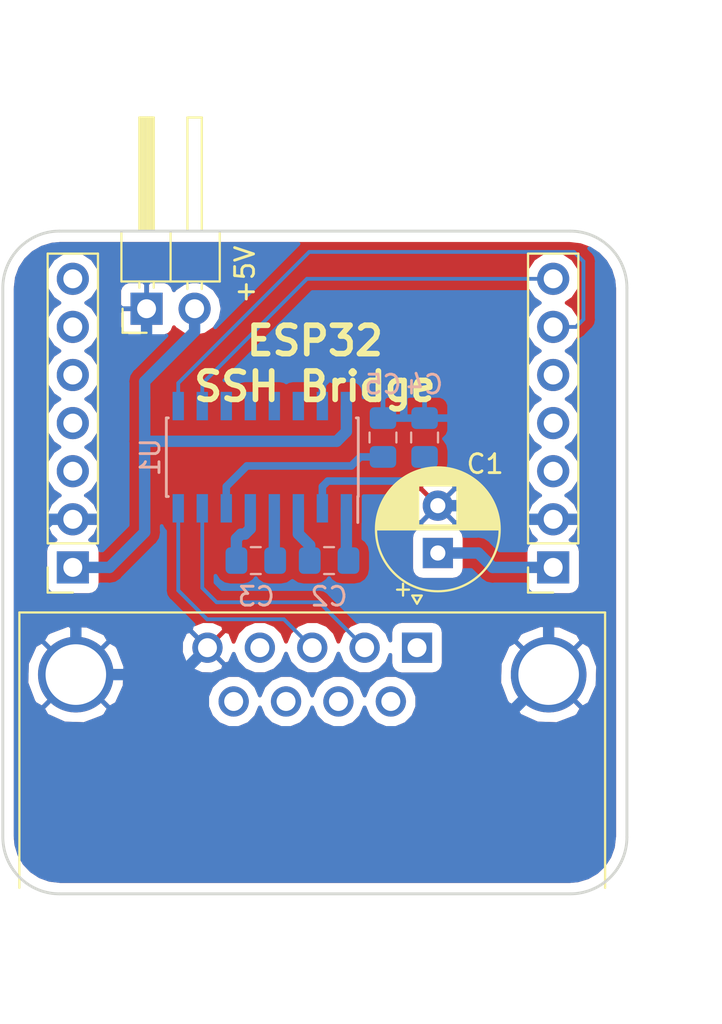
<source format=kicad_pcb>
(kicad_pcb (version 20171130) (host pcbnew "(5.0.0)")

  (general
    (thickness 1.6)
    (drawings 11)
    (tracks 104)
    (zones 0)
    (modules 11)
    (nets 14)
  )

  (page A4)
  (layers
    (0 F.Cu signal)
    (31 B.Cu signal)
    (32 B.Adhes user)
    (33 F.Adhes user)
    (34 B.Paste user)
    (35 F.Paste user)
    (36 B.SilkS user)
    (37 F.SilkS user)
    (38 B.Mask user)
    (39 F.Mask user)
    (40 Dwgs.User user)
    (41 Cmts.User user)
    (42 Eco1.User user)
    (43 Eco2.User user)
    (44 Edge.Cuts user)
    (45 Margin user)
    (46 B.CrtYd user)
    (47 F.CrtYd user)
    (48 B.Fab user hide)
    (49 F.Fab user hide)
  )

  (setup
    (last_trace_width 0.6)
    (user_trace_width 0.4)
    (user_trace_width 0.6)
    (user_trace_width 0.8)
    (user_trace_width 1)
    (user_trace_width 1.2)
    (user_trace_width 1.4)
    (user_trace_width 1.6)
    (user_trace_width 1.8)
    (trace_clearance 0.2)
    (zone_clearance 0.5)
    (zone_45_only no)
    (trace_min 0.2)
    (segment_width 0.2)
    (edge_width 0.15)
    (via_size 0.8)
    (via_drill 0.4)
    (via_min_size 0.4)
    (via_min_drill 0.3)
    (uvia_size 0.3)
    (uvia_drill 0.1)
    (uvias_allowed no)
    (uvia_min_size 0.2)
    (uvia_min_drill 0.1)
    (pcb_text_width 0.3)
    (pcb_text_size 1.5 1.5)
    (mod_edge_width 0.15)
    (mod_text_size 1 1)
    (mod_text_width 0.15)
    (pad_size 1.524 1.524)
    (pad_drill 0.762)
    (pad_to_mask_clearance 0.2)
    (aux_axis_origin 0 0)
    (visible_elements FFFFFF7F)
    (pcbplotparams
      (layerselection 0x010fc_ffffffff)
      (usegerberextensions false)
      (usegerberattributes false)
      (usegerberadvancedattributes false)
      (creategerberjobfile false)
      (excludeedgelayer true)
      (linewidth 0.100000)
      (plotframeref false)
      (viasonmask false)
      (mode 1)
      (useauxorigin false)
      (hpglpennumber 1)
      (hpglpenspeed 20)
      (hpglpendiameter 15.000000)
      (psnegative false)
      (psa4output false)
      (plotreference true)
      (plotvalue true)
      (plotinvisibletext false)
      (padsonsilk false)
      (subtractmaskfromsilk false)
      (outputformat 1)
      (mirror false)
      (drillshape 1)
      (scaleselection 1)
      (outputdirectory ""))
  )

  (net 0 "")
  (net 1 +3V3)
  (net 2 GND)
  (net 3 "Net-(C2-Pad1)")
  (net 4 "Net-(C2-Pad2)")
  (net 5 "Net-(C3-Pad2)")
  (net 6 "Net-(C3-Pad1)")
  (net 7 "Net-(C4-Pad2)")
  (net 8 "Net-(C5-Pad2)")
  (net 9 +5V)
  (net 10 /MRXSTX_LV)
  (net 11 /MTXSRX_LV)
  (net 12 /MTXSRX_HV)
  (net 13 /MRXSTX_HV)

  (net_class Default "This is the default net class."
    (clearance 0.2)
    (trace_width 0.2)
    (via_dia 0.8)
    (via_drill 0.4)
    (uvia_dia 0.3)
    (uvia_drill 0.1)
    (add_net +3V3)
    (add_net +5V)
    (add_net /MRXSTX_HV)
    (add_net /MRXSTX_LV)
    (add_net /MTXSRX_HV)
    (add_net /MTXSRX_LV)
    (add_net GND)
    (add_net "Net-(C2-Pad1)")
    (add_net "Net-(C2-Pad2)")
    (add_net "Net-(C3-Pad1)")
    (add_net "Net-(C3-Pad2)")
    (add_net "Net-(C4-Pad2)")
    (add_net "Net-(C5-Pad2)")
  )

  (module graphics:kiwi (layer F.Cu) (tedit 0) (tstamp 5B95A1B0)
    (at 149 109)
    (fp_text reference G*** (at 0 0) (layer F.SilkS) hide
      (effects (font (size 1.524 1.524) (thickness 0.3)))
    )
    (fp_text value LOGO (at 0.75 0) (layer F.SilkS) hide
      (effects (font (size 1.524 1.524) (thickness 0.3)))
    )
    (fp_poly (pts (xy -3.693852 -2.064291) (xy -3.542325 -1.914383) (xy -3.504409 -1.813591) (xy -3.509965 -1.575994)
      (xy -3.630403 -1.41603) (xy -3.819581 -1.358933) (xy -4.03136 -1.429937) (xy -4.100286 -1.487715)
      (xy -4.212314 -1.631567) (xy -4.205969 -1.764741) (xy -4.079911 -1.94871) (xy -3.890351 -2.079796)
      (xy -3.693852 -2.064291)) (layer F.Mask) (width 0.01))
    (fp_poly (pts (xy -4.818523 -2.053158) (xy -4.667994 -1.909407) (xy -4.577302 -1.755582) (xy -4.572 -1.720956)
      (xy -4.63549 -1.59377) (xy -4.778999 -1.452948) (xy -4.932091 -1.362543) (xy -4.974786 -1.354667)
      (xy -5.10451 -1.40929) (xy -5.200953 -1.487715) (xy -5.308906 -1.643614) (xy -5.334 -1.735667)
      (xy -5.268279 -1.899506) (xy -5.119133 -2.050966) (xy -4.960075 -2.116667) (xy -4.818523 -2.053158)) (layer F.Mask) (width 0.01))
    (fp_poly (pts (xy 2.887919 -4.58736) (xy 3.833817 -4.274527) (xy 4.117897 -4.149723) (xy 4.761726 -3.786098)
      (xy 5.263271 -3.352963) (xy 5.641455 -2.832624) (xy 5.749105 -2.624667) (xy 5.842579 -2.412133)
      (xy 5.905184 -2.216286) (xy 5.942999 -1.994992) (xy 5.962106 -1.706112) (xy 5.968583 -1.307512)
      (xy 5.969 -1.100667) (xy 5.956755 -0.509509) (xy 5.909333 -0.024578) (xy 5.810705 0.385255)
      (xy 5.644844 0.751121) (xy 5.395719 1.10415) (xy 5.047301 1.475471) (xy 4.583563 1.896215)
      (xy 4.302718 2.135456) (xy 4.02436 2.401906) (xy 3.783992 2.688996) (xy 3.64937 2.90302)
      (xy 3.523194 3.251007) (xy 3.476915 3.580932) (xy 3.512718 3.846732) (xy 3.598333 3.979333)
      (xy 3.714614 4.117107) (xy 3.670273 4.202538) (xy 3.466241 4.234024) (xy 3.450167 4.23416)
      (xy 3.217125 4.270896) (xy 2.917622 4.364176) (xy 2.7305 4.441932) (xy 2.286 4.648876)
      (xy 2.286 4.429447) (xy 2.277846 4.305307) (xy 2.225923 4.246079) (xy 2.089037 4.237194)
      (xy 1.825998 4.264083) (xy 1.820333 4.264749) (xy 1.514506 4.282497) (xy 1.361604 4.250446)
      (xy 1.355241 4.176196) (xy 1.489036 4.067347) (xy 1.756602 3.931499) (xy 2.151557 3.776252)
      (xy 2.263331 3.737379) (xy 2.921 3.513666) (xy 2.946269 2.982089) (xy 2.953571 2.68129)
      (xy 2.927955 2.488641) (xy 2.851626 2.343637) (xy 2.714247 2.193221) (xy 2.446932 2.002804)
      (xy 2.19954 1.970999) (xy 1.984188 2.087266) (xy 1.812992 2.341062) (xy 1.698071 2.721848)
      (xy 1.654605 3.115035) (xy 1.6332 3.598333) (xy 1.308198 3.651171) (xy 0.962159 3.785425)
      (xy 0.788352 3.947504) (xy 0.593508 4.191) (xy 0.593087 3.910127) (xy 0.579886 3.722971)
      (xy 0.518368 3.664741) (xy 0.402167 3.687025) (xy 0.197207 3.787971) (xy 0.021167 3.919156)
      (xy -0.169333 4.093517) (xy -0.169333 3.915921) (xy -0.092981 3.666871) (xy 0.108837 3.425469)
      (xy 0.395265 3.231145) (xy 0.632423 3.142147) (xy 0.814137 3.093428) (xy 0.935376 3.034764)
      (xy 1.015647 2.932372) (xy 1.07446 2.752469) (xy 1.131324 2.461271) (xy 1.175594 2.201541)
      (xy 1.212082 1.886404) (xy 1.192707 1.711178) (xy 1.171301 1.68466) (xy 1.06511 1.6545)
      (xy 0.819487 1.601391) (xy 0.46194 1.530762) (xy 0.019976 1.448042) (xy -0.478898 1.35866)
      (xy -0.493117 1.356167) (xy -1.435837 1.181097) (xy -2.227053 1.011267) (xy -2.884263 0.841284)
      (xy -3.424961 0.665755) (xy -3.866645 0.479289) (xy -4.22681 0.276494) (xy -4.402667 0.151269)
      (xy -4.598961 -0.044831) (xy -4.787785 -0.303076) (xy -4.932019 -0.564894) (xy -4.99454 -0.771715)
      (xy -4.9949 -0.783167) (xy -5.056784 -0.901362) (xy -5.215467 -0.931334) (xy -5.446367 -1.004309)
      (xy -5.713063 -1.20913) (xy -5.734037 -1.22977) (xy -5.909949 -1.420236) (xy -5.991494 -1.578368)
      (xy -6.004413 -1.769976) (xy -5.897187 -1.769976) (xy -5.796292 -1.466808) (xy -5.610837 -1.227233)
      (xy -5.369574 -1.073315) (xy -5.101252 -1.027117) (xy -4.834623 -1.110705) (xy -4.707659 -1.211311)
      (xy -4.552999 -1.38592) (xy -4.457508 -1.528811) (xy -4.402415 -1.608665) (xy -4.347826 -1.528811)
      (xy -4.170052 -1.278897) (xy -3.918274 -1.092203) (xy -3.656995 -1.016081) (xy -3.649237 -1.016)
      (xy -3.343607 -1.087415) (xy -3.111692 -1.276258) (xy -2.960248 -1.544425) (xy -2.896026 -1.853814)
      (xy -2.92578 -2.166321) (xy -3.056263 -2.443845) (xy -3.294229 -2.648281) (xy -3.354869 -2.676859)
      (xy -3.67612 -2.742478) (xy -3.965173 -2.649251) (xy -4.233704 -2.398157) (xy -4.375884 -2.255616)
      (xy -4.457015 -2.251147) (xy -4.463167 -2.263701) (xy -4.63797 -2.530318) (xy -4.909691 -2.717244)
      (xy -5.043423 -2.758913) (xy -5.3137 -2.733042) (xy -5.578915 -2.582122) (xy -5.789138 -2.344387)
      (xy -5.884772 -2.114672) (xy -5.897187 -1.769976) (xy -6.004413 -1.769976) (xy -6.005088 -1.779973)
      (xy -5.990448 -1.965575) (xy -5.93991 -2.267824) (xy -5.836931 -2.477868) (xy -5.682209 -2.640805)
      (xy -5.452173 -2.787857) (xy -5.191512 -2.871675) (xy -4.954943 -2.882931) (xy -4.797185 -2.812292)
      (xy -4.783677 -2.794018) (xy -4.693683 -2.792826) (xy -4.518465 -2.888708) (xy -4.389159 -2.984518)
      (xy -4.242416 -3.098042) (xy -4.110832 -3.1764) (xy -3.958119 -3.2277) (xy -3.747985 -3.260053)
      (xy -3.44414 -3.281568) (xy -3.010294 -3.300355) (xy -2.968435 -3.302) (xy -1.889913 -3.344334)
      (xy -1.43179 -3.694711) (xy -0.642518 -4.199174) (xy 0.190098 -4.541164) (xy 1.060049 -4.720186)
      (xy 1.961326 -4.735749) (xy 2.887919 -4.58736)) (layer F.Mask) (width 0.01))
  )

  (module Connector_PinSocket_2.54mm:PinSocket_1x07_P2.54mm_Vertical locked (layer F.Cu) (tedit 5B89D82B) (tstamp 5B9513EE)
    (at 165.1 111.76 180)
    (descr "Through hole straight socket strip, 1x07, 2.54mm pitch, single row (from Kicad 4.0.7), script generated")
    (tags "Through hole socket strip THT 1x07 2.54mm single row")
    (path /5B8A2B17)
    (fp_text reference J2 (at 0 -2.77 180) (layer F.SilkS) hide
      (effects (font (size 1 1) (thickness 0.15)))
    )
    (fp_text value Conn_01x07 (at 0 18.01 180) (layer F.Fab)
      (effects (font (size 1 1) (thickness 0.15)))
    )
    (fp_text user %R (at 0 7.62 270) (layer F.Fab)
      (effects (font (size 1 1) (thickness 0.15)))
    )
    (fp_line (start -1.8 17) (end -1.8 -1.8) (layer F.CrtYd) (width 0.05))
    (fp_line (start 1.75 17) (end -1.8 17) (layer F.CrtYd) (width 0.05))
    (fp_line (start 1.75 -1.8) (end 1.75 17) (layer F.CrtYd) (width 0.05))
    (fp_line (start -1.8 -1.8) (end 1.75 -1.8) (layer F.CrtYd) (width 0.05))
    (fp_line (start 0 -1.33) (end 1.33 -1.33) (layer F.SilkS) (width 0.12))
    (fp_line (start 1.33 -1.33) (end 1.33 0) (layer F.SilkS) (width 0.12))
    (fp_line (start 1.33 1.27) (end 1.33 16.57) (layer F.SilkS) (width 0.12))
    (fp_line (start -1.33 16.57) (end 1.33 16.57) (layer F.SilkS) (width 0.12))
    (fp_line (start -1.33 1.27) (end -1.33 16.57) (layer F.SilkS) (width 0.12))
    (fp_line (start -1.33 1.27) (end 1.33 1.27) (layer F.SilkS) (width 0.12))
    (fp_line (start -1.27 16.51) (end -1.27 -1.27) (layer F.Fab) (width 0.1))
    (fp_line (start 1.27 16.51) (end -1.27 16.51) (layer F.Fab) (width 0.1))
    (fp_line (start 1.27 -0.635) (end 1.27 16.51) (layer F.Fab) (width 0.1))
    (fp_line (start 0.635 -1.27) (end 1.27 -0.635) (layer F.Fab) (width 0.1))
    (fp_line (start -1.27 -1.27) (end 0.635 -1.27) (layer F.Fab) (width 0.1))
    (pad 7 thru_hole oval (at 0 15.24 180) (size 1.7 1.7) (drill 1) (layers *.Cu *.Mask)
      (net 11 /MTXSRX_LV))
    (pad 6 thru_hole oval (at 0 12.7 180) (size 1.7 1.7) (drill 1) (layers *.Cu *.Mask)
      (net 10 /MRXSTX_LV))
    (pad 5 thru_hole oval (at 0 10.16 180) (size 1.7 1.7) (drill 1) (layers *.Cu *.Mask))
    (pad 4 thru_hole oval (at 0 7.62 180) (size 1.7 1.7) (drill 1) (layers *.Cu *.Mask))
    (pad 3 thru_hole oval (at 0 5.08 180) (size 1.7 1.7) (drill 1) (layers *.Cu *.Mask))
    (pad 2 thru_hole oval (at 0 2.54 180) (size 1.7 1.7) (drill 1) (layers *.Cu *.Mask)
      (net 2 GND))
    (pad 1 thru_hole rect (at 0 0 180) (size 1.7 1.7) (drill 1) (layers *.Cu *.Mask)
      (net 1 +3V3))
    (model ${KISYS3DMOD}/Connector_PinSocket_2.54mm.3dshapes/PinSocket_1x07_P2.54mm_Vertical.wrl
      (at (xyz 0 0 0))
      (scale (xyz 1 1 1))
      (rotate (xyz 0 0 0))
    )
  )

  (module Connector_PinSocket_2.54mm:PinSocket_1x07_P2.54mm_Vertical locked (layer F.Cu) (tedit 5B89D827) (tstamp 5B959582)
    (at 139.7 111.76 180)
    (descr "Through hole straight socket strip, 1x07, 2.54mm pitch, single row (from Kicad 4.0.7), script generated")
    (tags "Through hole socket strip THT 1x07 2.54mm single row")
    (path /5B8A318B)
    (fp_text reference J1 (at 0 -2.77 180) (layer F.SilkS) hide
      (effects (font (size 1 1) (thickness 0.15)))
    )
    (fp_text value Conn_01x07 (at 0 18.01 180) (layer F.Fab)
      (effects (font (size 1 1) (thickness 0.15)))
    )
    (fp_text user %R (at 0 7.62 270) (layer F.Fab)
      (effects (font (size 1 1) (thickness 0.15)))
    )
    (fp_line (start -1.8 17) (end -1.8 -1.8) (layer F.CrtYd) (width 0.05))
    (fp_line (start 1.75 17) (end -1.8 17) (layer F.CrtYd) (width 0.05))
    (fp_line (start 1.75 -1.8) (end 1.75 17) (layer F.CrtYd) (width 0.05))
    (fp_line (start -1.8 -1.8) (end 1.75 -1.8) (layer F.CrtYd) (width 0.05))
    (fp_line (start 0 -1.33) (end 1.33 -1.33) (layer F.SilkS) (width 0.12))
    (fp_line (start 1.33 -1.33) (end 1.33 0) (layer F.SilkS) (width 0.12))
    (fp_line (start 1.33 1.27) (end 1.33 16.57) (layer F.SilkS) (width 0.12))
    (fp_line (start -1.33 16.57) (end 1.33 16.57) (layer F.SilkS) (width 0.12))
    (fp_line (start -1.33 1.27) (end -1.33 16.57) (layer F.SilkS) (width 0.12))
    (fp_line (start -1.33 1.27) (end 1.33 1.27) (layer F.SilkS) (width 0.12))
    (fp_line (start -1.27 16.51) (end -1.27 -1.27) (layer F.Fab) (width 0.1))
    (fp_line (start 1.27 16.51) (end -1.27 16.51) (layer F.Fab) (width 0.1))
    (fp_line (start 1.27 -0.635) (end 1.27 16.51) (layer F.Fab) (width 0.1))
    (fp_line (start 0.635 -1.27) (end 1.27 -0.635) (layer F.Fab) (width 0.1))
    (fp_line (start -1.27 -1.27) (end 0.635 -1.27) (layer F.Fab) (width 0.1))
    (pad 7 thru_hole oval (at 0 15.24 180) (size 1.7 1.7) (drill 1) (layers *.Cu *.Mask))
    (pad 6 thru_hole oval (at 0 12.7 180) (size 1.7 1.7) (drill 1) (layers *.Cu *.Mask))
    (pad 5 thru_hole oval (at 0 10.16 180) (size 1.7 1.7) (drill 1) (layers *.Cu *.Mask))
    (pad 4 thru_hole oval (at 0 7.62 180) (size 1.7 1.7) (drill 1) (layers *.Cu *.Mask))
    (pad 3 thru_hole oval (at 0 5.08 180) (size 1.7 1.7) (drill 1) (layers *.Cu *.Mask))
    (pad 2 thru_hole oval (at 0 2.54 180) (size 1.7 1.7) (drill 1) (layers *.Cu *.Mask)
      (net 2 GND))
    (pad 1 thru_hole rect (at 0 0 180) (size 1.7 1.7) (drill 1) (layers *.Cu *.Mask)
      (net 9 +5V))
    (model ${KISYS3DMOD}/Connector_PinSocket_2.54mm.3dshapes/PinSocket_1x07_P2.54mm_Vertical.wrl
      (at (xyz 0 0 0))
      (scale (xyz 1 1 1))
      (rotate (xyz 0 0 0))
    )
  )

  (module Capacitor_THT:CP_Radial_D6.3mm_P2.50mm (layer F.Cu) (tedit 5AE50EF0) (tstamp 5B951364)
    (at 159 111 90)
    (descr "CP, Radial series, Radial, pin pitch=2.50mm, , diameter=6.3mm, Electrolytic Capacitor")
    (tags "CP Radial series Radial pin pitch 2.50mm  diameter 6.3mm Electrolytic Capacitor")
    (path /5B8A25E1)
    (fp_text reference C1 (at 4.7 2.5 180) (layer F.SilkS)
      (effects (font (size 1 1) (thickness 0.15)))
    )
    (fp_text value 10uF (at 1.25 4.4 90) (layer F.Fab)
      (effects (font (size 1 1) (thickness 0.15)))
    )
    (fp_circle (center 1.25 0) (end 4.4 0) (layer F.Fab) (width 0.1))
    (fp_circle (center 1.25 0) (end 4.52 0) (layer F.SilkS) (width 0.12))
    (fp_circle (center 1.25 0) (end 4.65 0) (layer F.CrtYd) (width 0.05))
    (fp_line (start -1.443972 -1.3735) (end -0.813972 -1.3735) (layer F.Fab) (width 0.1))
    (fp_line (start -1.128972 -1.6885) (end -1.128972 -1.0585) (layer F.Fab) (width 0.1))
    (fp_line (start 1.25 -3.23) (end 1.25 3.23) (layer F.SilkS) (width 0.12))
    (fp_line (start 1.29 -3.23) (end 1.29 3.23) (layer F.SilkS) (width 0.12))
    (fp_line (start 1.33 -3.23) (end 1.33 3.23) (layer F.SilkS) (width 0.12))
    (fp_line (start 1.37 -3.228) (end 1.37 3.228) (layer F.SilkS) (width 0.12))
    (fp_line (start 1.41 -3.227) (end 1.41 3.227) (layer F.SilkS) (width 0.12))
    (fp_line (start 1.45 -3.224) (end 1.45 3.224) (layer F.SilkS) (width 0.12))
    (fp_line (start 1.49 -3.222) (end 1.49 -1.04) (layer F.SilkS) (width 0.12))
    (fp_line (start 1.49 1.04) (end 1.49 3.222) (layer F.SilkS) (width 0.12))
    (fp_line (start 1.53 -3.218) (end 1.53 -1.04) (layer F.SilkS) (width 0.12))
    (fp_line (start 1.53 1.04) (end 1.53 3.218) (layer F.SilkS) (width 0.12))
    (fp_line (start 1.57 -3.215) (end 1.57 -1.04) (layer F.SilkS) (width 0.12))
    (fp_line (start 1.57 1.04) (end 1.57 3.215) (layer F.SilkS) (width 0.12))
    (fp_line (start 1.61 -3.211) (end 1.61 -1.04) (layer F.SilkS) (width 0.12))
    (fp_line (start 1.61 1.04) (end 1.61 3.211) (layer F.SilkS) (width 0.12))
    (fp_line (start 1.65 -3.206) (end 1.65 -1.04) (layer F.SilkS) (width 0.12))
    (fp_line (start 1.65 1.04) (end 1.65 3.206) (layer F.SilkS) (width 0.12))
    (fp_line (start 1.69 -3.201) (end 1.69 -1.04) (layer F.SilkS) (width 0.12))
    (fp_line (start 1.69 1.04) (end 1.69 3.201) (layer F.SilkS) (width 0.12))
    (fp_line (start 1.73 -3.195) (end 1.73 -1.04) (layer F.SilkS) (width 0.12))
    (fp_line (start 1.73 1.04) (end 1.73 3.195) (layer F.SilkS) (width 0.12))
    (fp_line (start 1.77 -3.189) (end 1.77 -1.04) (layer F.SilkS) (width 0.12))
    (fp_line (start 1.77 1.04) (end 1.77 3.189) (layer F.SilkS) (width 0.12))
    (fp_line (start 1.81 -3.182) (end 1.81 -1.04) (layer F.SilkS) (width 0.12))
    (fp_line (start 1.81 1.04) (end 1.81 3.182) (layer F.SilkS) (width 0.12))
    (fp_line (start 1.85 -3.175) (end 1.85 -1.04) (layer F.SilkS) (width 0.12))
    (fp_line (start 1.85 1.04) (end 1.85 3.175) (layer F.SilkS) (width 0.12))
    (fp_line (start 1.89 -3.167) (end 1.89 -1.04) (layer F.SilkS) (width 0.12))
    (fp_line (start 1.89 1.04) (end 1.89 3.167) (layer F.SilkS) (width 0.12))
    (fp_line (start 1.93 -3.159) (end 1.93 -1.04) (layer F.SilkS) (width 0.12))
    (fp_line (start 1.93 1.04) (end 1.93 3.159) (layer F.SilkS) (width 0.12))
    (fp_line (start 1.971 -3.15) (end 1.971 -1.04) (layer F.SilkS) (width 0.12))
    (fp_line (start 1.971 1.04) (end 1.971 3.15) (layer F.SilkS) (width 0.12))
    (fp_line (start 2.011 -3.141) (end 2.011 -1.04) (layer F.SilkS) (width 0.12))
    (fp_line (start 2.011 1.04) (end 2.011 3.141) (layer F.SilkS) (width 0.12))
    (fp_line (start 2.051 -3.131) (end 2.051 -1.04) (layer F.SilkS) (width 0.12))
    (fp_line (start 2.051 1.04) (end 2.051 3.131) (layer F.SilkS) (width 0.12))
    (fp_line (start 2.091 -3.121) (end 2.091 -1.04) (layer F.SilkS) (width 0.12))
    (fp_line (start 2.091 1.04) (end 2.091 3.121) (layer F.SilkS) (width 0.12))
    (fp_line (start 2.131 -3.11) (end 2.131 -1.04) (layer F.SilkS) (width 0.12))
    (fp_line (start 2.131 1.04) (end 2.131 3.11) (layer F.SilkS) (width 0.12))
    (fp_line (start 2.171 -3.098) (end 2.171 -1.04) (layer F.SilkS) (width 0.12))
    (fp_line (start 2.171 1.04) (end 2.171 3.098) (layer F.SilkS) (width 0.12))
    (fp_line (start 2.211 -3.086) (end 2.211 -1.04) (layer F.SilkS) (width 0.12))
    (fp_line (start 2.211 1.04) (end 2.211 3.086) (layer F.SilkS) (width 0.12))
    (fp_line (start 2.251 -3.074) (end 2.251 -1.04) (layer F.SilkS) (width 0.12))
    (fp_line (start 2.251 1.04) (end 2.251 3.074) (layer F.SilkS) (width 0.12))
    (fp_line (start 2.291 -3.061) (end 2.291 -1.04) (layer F.SilkS) (width 0.12))
    (fp_line (start 2.291 1.04) (end 2.291 3.061) (layer F.SilkS) (width 0.12))
    (fp_line (start 2.331 -3.047) (end 2.331 -1.04) (layer F.SilkS) (width 0.12))
    (fp_line (start 2.331 1.04) (end 2.331 3.047) (layer F.SilkS) (width 0.12))
    (fp_line (start 2.371 -3.033) (end 2.371 -1.04) (layer F.SilkS) (width 0.12))
    (fp_line (start 2.371 1.04) (end 2.371 3.033) (layer F.SilkS) (width 0.12))
    (fp_line (start 2.411 -3.018) (end 2.411 -1.04) (layer F.SilkS) (width 0.12))
    (fp_line (start 2.411 1.04) (end 2.411 3.018) (layer F.SilkS) (width 0.12))
    (fp_line (start 2.451 -3.002) (end 2.451 -1.04) (layer F.SilkS) (width 0.12))
    (fp_line (start 2.451 1.04) (end 2.451 3.002) (layer F.SilkS) (width 0.12))
    (fp_line (start 2.491 -2.986) (end 2.491 -1.04) (layer F.SilkS) (width 0.12))
    (fp_line (start 2.491 1.04) (end 2.491 2.986) (layer F.SilkS) (width 0.12))
    (fp_line (start 2.531 -2.97) (end 2.531 -1.04) (layer F.SilkS) (width 0.12))
    (fp_line (start 2.531 1.04) (end 2.531 2.97) (layer F.SilkS) (width 0.12))
    (fp_line (start 2.571 -2.952) (end 2.571 -1.04) (layer F.SilkS) (width 0.12))
    (fp_line (start 2.571 1.04) (end 2.571 2.952) (layer F.SilkS) (width 0.12))
    (fp_line (start 2.611 -2.934) (end 2.611 -1.04) (layer F.SilkS) (width 0.12))
    (fp_line (start 2.611 1.04) (end 2.611 2.934) (layer F.SilkS) (width 0.12))
    (fp_line (start 2.651 -2.916) (end 2.651 -1.04) (layer F.SilkS) (width 0.12))
    (fp_line (start 2.651 1.04) (end 2.651 2.916) (layer F.SilkS) (width 0.12))
    (fp_line (start 2.691 -2.896) (end 2.691 -1.04) (layer F.SilkS) (width 0.12))
    (fp_line (start 2.691 1.04) (end 2.691 2.896) (layer F.SilkS) (width 0.12))
    (fp_line (start 2.731 -2.876) (end 2.731 -1.04) (layer F.SilkS) (width 0.12))
    (fp_line (start 2.731 1.04) (end 2.731 2.876) (layer F.SilkS) (width 0.12))
    (fp_line (start 2.771 -2.856) (end 2.771 -1.04) (layer F.SilkS) (width 0.12))
    (fp_line (start 2.771 1.04) (end 2.771 2.856) (layer F.SilkS) (width 0.12))
    (fp_line (start 2.811 -2.834) (end 2.811 -1.04) (layer F.SilkS) (width 0.12))
    (fp_line (start 2.811 1.04) (end 2.811 2.834) (layer F.SilkS) (width 0.12))
    (fp_line (start 2.851 -2.812) (end 2.851 -1.04) (layer F.SilkS) (width 0.12))
    (fp_line (start 2.851 1.04) (end 2.851 2.812) (layer F.SilkS) (width 0.12))
    (fp_line (start 2.891 -2.79) (end 2.891 -1.04) (layer F.SilkS) (width 0.12))
    (fp_line (start 2.891 1.04) (end 2.891 2.79) (layer F.SilkS) (width 0.12))
    (fp_line (start 2.931 -2.766) (end 2.931 -1.04) (layer F.SilkS) (width 0.12))
    (fp_line (start 2.931 1.04) (end 2.931 2.766) (layer F.SilkS) (width 0.12))
    (fp_line (start 2.971 -2.742) (end 2.971 -1.04) (layer F.SilkS) (width 0.12))
    (fp_line (start 2.971 1.04) (end 2.971 2.742) (layer F.SilkS) (width 0.12))
    (fp_line (start 3.011 -2.716) (end 3.011 -1.04) (layer F.SilkS) (width 0.12))
    (fp_line (start 3.011 1.04) (end 3.011 2.716) (layer F.SilkS) (width 0.12))
    (fp_line (start 3.051 -2.69) (end 3.051 -1.04) (layer F.SilkS) (width 0.12))
    (fp_line (start 3.051 1.04) (end 3.051 2.69) (layer F.SilkS) (width 0.12))
    (fp_line (start 3.091 -2.664) (end 3.091 -1.04) (layer F.SilkS) (width 0.12))
    (fp_line (start 3.091 1.04) (end 3.091 2.664) (layer F.SilkS) (width 0.12))
    (fp_line (start 3.131 -2.636) (end 3.131 -1.04) (layer F.SilkS) (width 0.12))
    (fp_line (start 3.131 1.04) (end 3.131 2.636) (layer F.SilkS) (width 0.12))
    (fp_line (start 3.171 -2.607) (end 3.171 -1.04) (layer F.SilkS) (width 0.12))
    (fp_line (start 3.171 1.04) (end 3.171 2.607) (layer F.SilkS) (width 0.12))
    (fp_line (start 3.211 -2.578) (end 3.211 -1.04) (layer F.SilkS) (width 0.12))
    (fp_line (start 3.211 1.04) (end 3.211 2.578) (layer F.SilkS) (width 0.12))
    (fp_line (start 3.251 -2.548) (end 3.251 -1.04) (layer F.SilkS) (width 0.12))
    (fp_line (start 3.251 1.04) (end 3.251 2.548) (layer F.SilkS) (width 0.12))
    (fp_line (start 3.291 -2.516) (end 3.291 -1.04) (layer F.SilkS) (width 0.12))
    (fp_line (start 3.291 1.04) (end 3.291 2.516) (layer F.SilkS) (width 0.12))
    (fp_line (start 3.331 -2.484) (end 3.331 -1.04) (layer F.SilkS) (width 0.12))
    (fp_line (start 3.331 1.04) (end 3.331 2.484) (layer F.SilkS) (width 0.12))
    (fp_line (start 3.371 -2.45) (end 3.371 -1.04) (layer F.SilkS) (width 0.12))
    (fp_line (start 3.371 1.04) (end 3.371 2.45) (layer F.SilkS) (width 0.12))
    (fp_line (start 3.411 -2.416) (end 3.411 -1.04) (layer F.SilkS) (width 0.12))
    (fp_line (start 3.411 1.04) (end 3.411 2.416) (layer F.SilkS) (width 0.12))
    (fp_line (start 3.451 -2.38) (end 3.451 -1.04) (layer F.SilkS) (width 0.12))
    (fp_line (start 3.451 1.04) (end 3.451 2.38) (layer F.SilkS) (width 0.12))
    (fp_line (start 3.491 -2.343) (end 3.491 -1.04) (layer F.SilkS) (width 0.12))
    (fp_line (start 3.491 1.04) (end 3.491 2.343) (layer F.SilkS) (width 0.12))
    (fp_line (start 3.531 -2.305) (end 3.531 -1.04) (layer F.SilkS) (width 0.12))
    (fp_line (start 3.531 1.04) (end 3.531 2.305) (layer F.SilkS) (width 0.12))
    (fp_line (start 3.571 -2.265) (end 3.571 2.265) (layer F.SilkS) (width 0.12))
    (fp_line (start 3.611 -2.224) (end 3.611 2.224) (layer F.SilkS) (width 0.12))
    (fp_line (start 3.651 -2.182) (end 3.651 2.182) (layer F.SilkS) (width 0.12))
    (fp_line (start 3.691 -2.137) (end 3.691 2.137) (layer F.SilkS) (width 0.12))
    (fp_line (start 3.731 -2.092) (end 3.731 2.092) (layer F.SilkS) (width 0.12))
    (fp_line (start 3.771 -2.044) (end 3.771 2.044) (layer F.SilkS) (width 0.12))
    (fp_line (start 3.811 -1.995) (end 3.811 1.995) (layer F.SilkS) (width 0.12))
    (fp_line (start 3.851 -1.944) (end 3.851 1.944) (layer F.SilkS) (width 0.12))
    (fp_line (start 3.891 -1.89) (end 3.891 1.89) (layer F.SilkS) (width 0.12))
    (fp_line (start 3.931 -1.834) (end 3.931 1.834) (layer F.SilkS) (width 0.12))
    (fp_line (start 3.971 -1.776) (end 3.971 1.776) (layer F.SilkS) (width 0.12))
    (fp_line (start 4.011 -1.714) (end 4.011 1.714) (layer F.SilkS) (width 0.12))
    (fp_line (start 4.051 -1.65) (end 4.051 1.65) (layer F.SilkS) (width 0.12))
    (fp_line (start 4.091 -1.581) (end 4.091 1.581) (layer F.SilkS) (width 0.12))
    (fp_line (start 4.131 -1.509) (end 4.131 1.509) (layer F.SilkS) (width 0.12))
    (fp_line (start 4.171 -1.432) (end 4.171 1.432) (layer F.SilkS) (width 0.12))
    (fp_line (start 4.211 -1.35) (end 4.211 1.35) (layer F.SilkS) (width 0.12))
    (fp_line (start 4.251 -1.262) (end 4.251 1.262) (layer F.SilkS) (width 0.12))
    (fp_line (start 4.291 -1.165) (end 4.291 1.165) (layer F.SilkS) (width 0.12))
    (fp_line (start 4.331 -1.059) (end 4.331 1.059) (layer F.SilkS) (width 0.12))
    (fp_line (start 4.371 -0.94) (end 4.371 0.94) (layer F.SilkS) (width 0.12))
    (fp_line (start 4.411 -0.802) (end 4.411 0.802) (layer F.SilkS) (width 0.12))
    (fp_line (start 4.451 -0.633) (end 4.451 0.633) (layer F.SilkS) (width 0.12))
    (fp_line (start 4.491 -0.402) (end 4.491 0.402) (layer F.SilkS) (width 0.12))
    (fp_line (start -2.250241 -1.839) (end -1.620241 -1.839) (layer F.SilkS) (width 0.12))
    (fp_line (start -1.935241 -2.154) (end -1.935241 -1.524) (layer F.SilkS) (width 0.12))
    (fp_text user %R (at 1.25 0 90) (layer F.Fab)
      (effects (font (size 1 1) (thickness 0.15)))
    )
    (pad 1 thru_hole rect (at 0 0 90) (size 1.6 1.6) (drill 0.8) (layers *.Cu *.Mask)
      (net 1 +3V3))
    (pad 2 thru_hole circle (at 2.5 0 90) (size 1.6 1.6) (drill 0.8) (layers *.Cu *.Mask)
      (net 2 GND))
    (model ${KISYS3DMOD}/Capacitor_THT.3dshapes/CP_Radial_D6.3mm_P2.50mm.wrl
      (at (xyz 0 0 0))
      (scale (xyz 1 1 1))
      (rotate (xyz 0 0 0))
    )
  )

  (module Capacitor_SMD:C_0805_2012Metric_Pad1.15x1.40mm_HandSolder (layer B.Cu) (tedit 5B36C52B) (tstamp 5B9523F3)
    (at 153.25 111.4)
    (descr "Capacitor SMD 0805 (2012 Metric), square (rectangular) end terminal, IPC_7351 nominal with elongated pad for handsoldering. (Body size source: https://docs.google.com/spreadsheets/d/1BsfQQcO9C6DZCsRaXUlFlo91Tg2WpOkGARC1WS5S8t0/edit?usp=sharing), generated with kicad-footprint-generator")
    (tags "capacitor handsolder")
    (path /5B89C46A/5B89DB63)
    (attr smd)
    (fp_text reference C2 (at 0 1.9) (layer B.SilkS)
      (effects (font (size 1 1) (thickness 0.15)) (justify mirror))
    )
    (fp_text value 1uF (at 0 -1.65) (layer B.Fab)
      (effects (font (size 1 1) (thickness 0.15)) (justify mirror))
    )
    (fp_line (start -1 -0.6) (end -1 0.6) (layer B.Fab) (width 0.1))
    (fp_line (start -1 0.6) (end 1 0.6) (layer B.Fab) (width 0.1))
    (fp_line (start 1 0.6) (end 1 -0.6) (layer B.Fab) (width 0.1))
    (fp_line (start 1 -0.6) (end -1 -0.6) (layer B.Fab) (width 0.1))
    (fp_line (start -0.261252 0.71) (end 0.261252 0.71) (layer B.SilkS) (width 0.12))
    (fp_line (start -0.261252 -0.71) (end 0.261252 -0.71) (layer B.SilkS) (width 0.12))
    (fp_line (start -1.85 -0.95) (end -1.85 0.95) (layer B.CrtYd) (width 0.05))
    (fp_line (start -1.85 0.95) (end 1.85 0.95) (layer B.CrtYd) (width 0.05))
    (fp_line (start 1.85 0.95) (end 1.85 -0.95) (layer B.CrtYd) (width 0.05))
    (fp_line (start 1.85 -0.95) (end -1.85 -0.95) (layer B.CrtYd) (width 0.05))
    (fp_text user %R (at 0 0) (layer B.Fab)
      (effects (font (size 0.5 0.5) (thickness 0.08)) (justify mirror))
    )
    (pad 1 smd roundrect (at -1.025 0) (size 1.15 1.4) (layers B.Cu B.Paste B.Mask) (roundrect_rratio 0.217391)
      (net 3 "Net-(C2-Pad1)"))
    (pad 2 smd roundrect (at 1.025 0) (size 1.15 1.4) (layers B.Cu B.Paste B.Mask) (roundrect_rratio 0.217391)
      (net 4 "Net-(C2-Pad2)"))
    (model ${KISYS3DMOD}/Capacitor_SMD.3dshapes/C_0805_2012Metric.wrl
      (at (xyz 0 0 0))
      (scale (xyz 1 1 1))
      (rotate (xyz 0 0 0))
    )
  )

  (module Capacitor_SMD:C_0805_2012Metric_Pad1.15x1.40mm_HandSolder (layer B.Cu) (tedit 5B36C52B) (tstamp 5B952205)
    (at 149.375 111.4 180)
    (descr "Capacitor SMD 0805 (2012 Metric), square (rectangular) end terminal, IPC_7351 nominal with elongated pad for handsoldering. (Body size source: https://docs.google.com/spreadsheets/d/1BsfQQcO9C6DZCsRaXUlFlo91Tg2WpOkGARC1WS5S8t0/edit?usp=sharing), generated with kicad-footprint-generator")
    (tags "capacitor handsolder")
    (path /5B89C46A/5B89DB6E)
    (attr smd)
    (fp_text reference C3 (at -0.025 -1.9 180) (layer B.SilkS)
      (effects (font (size 1 1) (thickness 0.15)) (justify mirror))
    )
    (fp_text value 1uF (at 0 -1.65 180) (layer B.Fab)
      (effects (font (size 1 1) (thickness 0.15)) (justify mirror))
    )
    (fp_line (start -1 -0.6) (end -1 0.6) (layer B.Fab) (width 0.1))
    (fp_line (start -1 0.6) (end 1 0.6) (layer B.Fab) (width 0.1))
    (fp_line (start 1 0.6) (end 1 -0.6) (layer B.Fab) (width 0.1))
    (fp_line (start 1 -0.6) (end -1 -0.6) (layer B.Fab) (width 0.1))
    (fp_line (start -0.261252 0.71) (end 0.261252 0.71) (layer B.SilkS) (width 0.12))
    (fp_line (start -0.261252 -0.71) (end 0.261252 -0.71) (layer B.SilkS) (width 0.12))
    (fp_line (start -1.85 -0.95) (end -1.85 0.95) (layer B.CrtYd) (width 0.05))
    (fp_line (start -1.85 0.95) (end 1.85 0.95) (layer B.CrtYd) (width 0.05))
    (fp_line (start 1.85 0.95) (end 1.85 -0.95) (layer B.CrtYd) (width 0.05))
    (fp_line (start 1.85 -0.95) (end -1.85 -0.95) (layer B.CrtYd) (width 0.05))
    (fp_text user %R (at 0 0 180) (layer B.Fab)
      (effects (font (size 0.5 0.5) (thickness 0.08)) (justify mirror))
    )
    (pad 1 smd roundrect (at -1.025 0 180) (size 1.15 1.4) (layers B.Cu B.Paste B.Mask) (roundrect_rratio 0.217391)
      (net 6 "Net-(C3-Pad1)"))
    (pad 2 smd roundrect (at 1.025 0 180) (size 1.15 1.4) (layers B.Cu B.Paste B.Mask) (roundrect_rratio 0.217391)
      (net 5 "Net-(C3-Pad2)"))
    (model ${KISYS3DMOD}/Capacitor_SMD.3dshapes/C_0805_2012Metric.wrl
      (at (xyz 0 0 0))
      (scale (xyz 1 1 1))
      (rotate (xyz 0 0 0))
    )
  )

  (module Capacitor_SMD:C_0805_2012Metric_Pad1.15x1.40mm_HandSolder (layer B.Cu) (tedit 5B36C52B) (tstamp 5B952D81)
    (at 158.3 104.9 270)
    (descr "Capacitor SMD 0805 (2012 Metric), square (rectangular) end terminal, IPC_7351 nominal with elongated pad for handsoldering. (Body size source: https://docs.google.com/spreadsheets/d/1BsfQQcO9C6DZCsRaXUlFlo91Tg2WpOkGARC1WS5S8t0/edit?usp=sharing), generated with kicad-footprint-generator")
    (tags "capacitor handsolder")
    (path /5B89C46A/5B89DB80)
    (attr smd)
    (fp_text reference C4 (at -2.8 0) (layer B.SilkS)
      (effects (font (size 1 1) (thickness 0.15)) (justify mirror))
    )
    (fp_text value 1uF (at 0 -1.65 270) (layer B.Fab)
      (effects (font (size 1 1) (thickness 0.15)) (justify mirror))
    )
    (fp_line (start -1 -0.6) (end -1 0.6) (layer B.Fab) (width 0.1))
    (fp_line (start -1 0.6) (end 1 0.6) (layer B.Fab) (width 0.1))
    (fp_line (start 1 0.6) (end 1 -0.6) (layer B.Fab) (width 0.1))
    (fp_line (start 1 -0.6) (end -1 -0.6) (layer B.Fab) (width 0.1))
    (fp_line (start -0.261252 0.71) (end 0.261252 0.71) (layer B.SilkS) (width 0.12))
    (fp_line (start -0.261252 -0.71) (end 0.261252 -0.71) (layer B.SilkS) (width 0.12))
    (fp_line (start -1.85 -0.95) (end -1.85 0.95) (layer B.CrtYd) (width 0.05))
    (fp_line (start -1.85 0.95) (end 1.85 0.95) (layer B.CrtYd) (width 0.05))
    (fp_line (start 1.85 0.95) (end 1.85 -0.95) (layer B.CrtYd) (width 0.05))
    (fp_line (start 1.85 -0.95) (end -1.85 -0.95) (layer B.CrtYd) (width 0.05))
    (fp_text user %R (at 0 0 270) (layer B.Fab)
      (effects (font (size 0.5 0.5) (thickness 0.08)) (justify mirror))
    )
    (pad 1 smd roundrect (at -1.025 0 270) (size 1.15 1.4) (layers B.Cu B.Paste B.Mask) (roundrect_rratio 0.217391)
      (net 2 GND))
    (pad 2 smd roundrect (at 1.025 0 270) (size 1.15 1.4) (layers B.Cu B.Paste B.Mask) (roundrect_rratio 0.217391)
      (net 7 "Net-(C4-Pad2)"))
    (model ${KISYS3DMOD}/Capacitor_SMD.3dshapes/C_0805_2012Metric.wrl
      (at (xyz 0 0 0))
      (scale (xyz 1 1 1))
      (rotate (xyz 0 0 0))
    )
  )

  (module Capacitor_SMD:C_0805_2012Metric_Pad1.15x1.40mm_HandSolder (layer B.Cu) (tedit 5B36C52B) (tstamp 5B9513A8)
    (at 156.1 104.9 270)
    (descr "Capacitor SMD 0805 (2012 Metric), square (rectangular) end terminal, IPC_7351 nominal with elongated pad for handsoldering. (Body size source: https://docs.google.com/spreadsheets/d/1BsfQQcO9C6DZCsRaXUlFlo91Tg2WpOkGARC1WS5S8t0/edit?usp=sharing), generated with kicad-footprint-generator")
    (tags "capacitor handsolder")
    (path /5B89C46A/5B89DB79)
    (attr smd)
    (fp_text reference C5 (at -2.8 0) (layer B.SilkS)
      (effects (font (size 1 1) (thickness 0.15)) (justify mirror))
    )
    (fp_text value 1uF (at 0 -1.65 270) (layer B.Fab)
      (effects (font (size 1 1) (thickness 0.15)) (justify mirror))
    )
    (fp_text user %R (at 0 0 270) (layer B.Fab)
      (effects (font (size 0.5 0.5) (thickness 0.08)) (justify mirror))
    )
    (fp_line (start 1.85 -0.95) (end -1.85 -0.95) (layer B.CrtYd) (width 0.05))
    (fp_line (start 1.85 0.95) (end 1.85 -0.95) (layer B.CrtYd) (width 0.05))
    (fp_line (start -1.85 0.95) (end 1.85 0.95) (layer B.CrtYd) (width 0.05))
    (fp_line (start -1.85 -0.95) (end -1.85 0.95) (layer B.CrtYd) (width 0.05))
    (fp_line (start -0.261252 -0.71) (end 0.261252 -0.71) (layer B.SilkS) (width 0.12))
    (fp_line (start -0.261252 0.71) (end 0.261252 0.71) (layer B.SilkS) (width 0.12))
    (fp_line (start 1 -0.6) (end -1 -0.6) (layer B.Fab) (width 0.1))
    (fp_line (start 1 0.6) (end 1 -0.6) (layer B.Fab) (width 0.1))
    (fp_line (start -1 0.6) (end 1 0.6) (layer B.Fab) (width 0.1))
    (fp_line (start -1 -0.6) (end -1 0.6) (layer B.Fab) (width 0.1))
    (pad 2 smd roundrect (at 1.025 0 270) (size 1.15 1.4) (layers B.Cu B.Paste B.Mask) (roundrect_rratio 0.217391)
      (net 8 "Net-(C5-Pad2)"))
    (pad 1 smd roundrect (at -1.025 0 270) (size 1.15 1.4) (layers B.Cu B.Paste B.Mask) (roundrect_rratio 0.217391)
      (net 2 GND))
    (model ${KISYS3DMOD}/Capacitor_SMD.3dshapes/C_0805_2012Metric.wrl
      (at (xyz 0 0 0))
      (scale (xyz 1 1 1))
      (rotate (xyz 0 0 0))
    )
  )

  (module Connector_Dsub:DSUB-9_Female_Horizontal_P2.77x2.84mm_EdgePinOffset9.90mm_Housed_MountingHolesOffset11.32mm (layer F.Cu) (tedit 5B89D836) (tstamp 5BA35178)
    (at 157.9 116)
    (descr "9-pin D-Sub connector, horizontal/angled (90 deg), THT-mount, female, pitch 2.77x2.84mm, pin-PCB-offset 9.9mm, distance of mounting holes 25mm, distance of mounting holes to PCB edge 11.32mm, see https://disti-assets.s3.amazonaws.com/tonar/files/datasheets/16730.pdf")
    (tags "9-pin D-Sub connector horizontal angled 90deg THT female pitch 2.77x2.84mm pin-PCB-offset 9.9mm mounting-holes-distance 25mm mounting-hole-offset 25mm")
    (path /5B89744E)
    (fp_text reference J3 (at -14.5 -2.6) (layer F.SilkS) hide
      (effects (font (size 1 1) (thickness 0.15)))
    )
    (fp_text value DB9_Female_MountingHoles (at -5.54 20.81) (layer F.Fab)
      (effects (font (size 1 1) (thickness 0.15)))
    )
    (fp_arc (start -18.04 1.42) (end -19.64 1.42) (angle 180) (layer F.Fab) (width 0.1))
    (fp_arc (start 6.96 1.42) (end 5.36 1.42) (angle 180) (layer F.Fab) (width 0.1))
    (fp_line (start -20.965 -1.8) (end -20.965 12.74) (layer F.Fab) (width 0.1))
    (fp_line (start -20.965 12.74) (end 9.885 12.74) (layer F.Fab) (width 0.1))
    (fp_line (start 9.885 12.74) (end 9.885 -1.8) (layer F.Fab) (width 0.1))
    (fp_line (start 9.885 -1.8) (end -20.965 -1.8) (layer F.Fab) (width 0.1))
    (fp_line (start -20.965 12.74) (end -20.965 13.14) (layer F.Fab) (width 0.1))
    (fp_line (start -20.965 13.14) (end 9.885 13.14) (layer F.Fab) (width 0.1))
    (fp_line (start 9.885 13.14) (end 9.885 12.74) (layer F.Fab) (width 0.1))
    (fp_line (start 9.885 12.74) (end -20.965 12.74) (layer F.Fab) (width 0.1))
    (fp_line (start -13.69 13.14) (end -13.69 19.31) (layer F.Fab) (width 0.1))
    (fp_line (start -13.69 19.31) (end 2.61 19.31) (layer F.Fab) (width 0.1))
    (fp_line (start 2.61 19.31) (end 2.61 13.14) (layer F.Fab) (width 0.1))
    (fp_line (start 2.61 13.14) (end -13.69 13.14) (layer F.Fab) (width 0.1))
    (fp_line (start -20.54 13.14) (end -20.54 18.14) (layer F.Fab) (width 0.1))
    (fp_line (start -20.54 18.14) (end -15.54 18.14) (layer F.Fab) (width 0.1))
    (fp_line (start -15.54 18.14) (end -15.54 13.14) (layer F.Fab) (width 0.1))
    (fp_line (start -15.54 13.14) (end -20.54 13.14) (layer F.Fab) (width 0.1))
    (fp_line (start 4.46 13.14) (end 4.46 18.14) (layer F.Fab) (width 0.1))
    (fp_line (start 4.46 18.14) (end 9.46 18.14) (layer F.Fab) (width 0.1))
    (fp_line (start 9.46 18.14) (end 9.46 13.14) (layer F.Fab) (width 0.1))
    (fp_line (start 9.46 13.14) (end 4.46 13.14) (layer F.Fab) (width 0.1))
    (fp_line (start -19.64 12.74) (end -19.64 1.42) (layer F.Fab) (width 0.1))
    (fp_line (start -16.44 12.74) (end -16.44 1.42) (layer F.Fab) (width 0.1))
    (fp_line (start 5.36 12.74) (end 5.36 1.42) (layer F.Fab) (width 0.1))
    (fp_line (start 8.56 12.74) (end 8.56 1.42) (layer F.Fab) (width 0.1))
    (fp_line (start -21.025 12.68) (end -21.025 -1.86) (layer F.SilkS) (width 0.12))
    (fp_line (start -21.025 -1.86) (end 9.945 -1.86) (layer F.SilkS) (width 0.12))
    (fp_line (start 9.945 -1.86) (end 9.945 12.68) (layer F.SilkS) (width 0.12))
    (fp_line (start -0.25 -2.754338) (end 0.25 -2.754338) (layer F.SilkS) (width 0.12))
    (fp_line (start 0.25 -2.754338) (end 0 -2.321325) (layer F.SilkS) (width 0.12))
    (fp_line (start 0 -2.321325) (end -0.25 -2.754338) (layer F.SilkS) (width 0.12))
    (fp_line (start -21.5 -2.35) (end -21.5 19.85) (layer F.CrtYd) (width 0.05))
    (fp_line (start -21.5 19.85) (end 10.4 19.85) (layer F.CrtYd) (width 0.05))
    (fp_line (start 10.4 19.85) (end 10.4 -2.35) (layer F.CrtYd) (width 0.05))
    (fp_line (start 10.4 -2.35) (end -21.5 -2.35) (layer F.CrtYd) (width 0.05))
    (fp_text user %R (at -5.54 16.225) (layer F.Fab)
      (effects (font (size 1 1) (thickness 0.15)))
    )
    (pad 1 thru_hole rect (at 0 0) (size 1.6 1.6) (drill 1) (layers *.Cu *.Mask))
    (pad 2 thru_hole circle (at -2.77 0) (size 1.6 1.6) (drill 1) (layers *.Cu *.Mask)
      (net 12 /MTXSRX_HV))
    (pad 3 thru_hole circle (at -5.54 0) (size 1.6 1.6) (drill 1) (layers *.Cu *.Mask)
      (net 13 /MRXSTX_HV))
    (pad 4 thru_hole circle (at -8.31 0) (size 1.6 1.6) (drill 1) (layers *.Cu *.Mask))
    (pad 5 thru_hole circle (at -11.08 0) (size 1.6 1.6) (drill 1) (layers *.Cu *.Mask)
      (net 2 GND))
    (pad 6 thru_hole circle (at -1.385 2.84) (size 1.6 1.6) (drill 1) (layers *.Cu *.Mask))
    (pad 7 thru_hole circle (at -4.155 2.84) (size 1.6 1.6) (drill 1) (layers *.Cu *.Mask))
    (pad 8 thru_hole circle (at -6.925 2.84) (size 1.6 1.6) (drill 1) (layers *.Cu *.Mask))
    (pad 9 thru_hole circle (at -9.695 2.84) (size 1.6 1.6) (drill 1) (layers *.Cu *.Mask))
    (pad 0 thru_hole circle (at -18.04 1.42) (size 4 4) (drill 3.2) (layers *.Cu *.Mask)
      (net 2 GND))
    (pad 0 thru_hole circle (at 6.96 1.42) (size 4 4) (drill 3.2) (layers *.Cu *.Mask)
      (net 2 GND))
    (model "E:/downloads/DB9 - 203-09SCKKBE.STEP"
      (offset (xyz -5.55 -10.6 6.5))
      (scale (xyz 1 1 1))
      (rotate (xyz -90 0 0))
    )
  )

  (module Package_SO:SOIC-16_3.9x9.9mm_P1.27mm (layer B.Cu) (tedit 5A02F2D3) (tstamp 5B952C8D)
    (at 149.72 105.94 90)
    (descr "16-Lead Plastic Small Outline (SL) - Narrow, 3.90 mm Body [SOIC] (see Microchip Packaging Specification 00000049BS.pdf)")
    (tags "SOIC 1.27")
    (path /5B89C46A/5B89DB5C)
    (attr smd)
    (fp_text reference U1 (at 0 -5.92 90) (layer B.SilkS)
      (effects (font (size 1 1) (thickness 0.15)) (justify mirror))
    )
    (fp_text value MAX232I (at 0 -6 90) (layer B.Fab)
      (effects (font (size 1 1) (thickness 0.15)) (justify mirror))
    )
    (fp_text user %R (at 0 0 90) (layer B.Fab)
      (effects (font (size 0.9 0.9) (thickness 0.135)) (justify mirror))
    )
    (fp_line (start -0.95 4.95) (end 1.95 4.95) (layer B.Fab) (width 0.15))
    (fp_line (start 1.95 4.95) (end 1.95 -4.95) (layer B.Fab) (width 0.15))
    (fp_line (start 1.95 -4.95) (end -1.95 -4.95) (layer B.Fab) (width 0.15))
    (fp_line (start -1.95 -4.95) (end -1.95 3.95) (layer B.Fab) (width 0.15))
    (fp_line (start -1.95 3.95) (end -0.95 4.95) (layer B.Fab) (width 0.15))
    (fp_line (start -3.7 5.25) (end -3.7 -5.25) (layer B.CrtYd) (width 0.05))
    (fp_line (start 3.7 5.25) (end 3.7 -5.25) (layer B.CrtYd) (width 0.05))
    (fp_line (start -3.7 5.25) (end 3.7 5.25) (layer B.CrtYd) (width 0.05))
    (fp_line (start -3.7 -5.25) (end 3.7 -5.25) (layer B.CrtYd) (width 0.05))
    (fp_line (start -2.075 5.075) (end -2.075 5.05) (layer B.SilkS) (width 0.15))
    (fp_line (start 2.075 5.075) (end 2.075 4.97) (layer B.SilkS) (width 0.15))
    (fp_line (start 2.075 -5.075) (end 2.075 -4.97) (layer B.SilkS) (width 0.15))
    (fp_line (start -2.075 -5.075) (end -2.075 -4.97) (layer B.SilkS) (width 0.15))
    (fp_line (start -2.075 5.075) (end 2.075 5.075) (layer B.SilkS) (width 0.15))
    (fp_line (start -2.075 -5.075) (end 2.075 -5.075) (layer B.SilkS) (width 0.15))
    (fp_line (start -2.075 5.05) (end -3.45 5.05) (layer B.SilkS) (width 0.15))
    (pad 1 smd rect (at -2.7 4.445 90) (size 1.5 0.6) (layers B.Cu B.Paste B.Mask)
      (net 4 "Net-(C2-Pad2)"))
    (pad 2 smd rect (at -2.7 3.175 90) (size 1.5 0.6) (layers B.Cu B.Paste B.Mask)
      (net 7 "Net-(C4-Pad2)"))
    (pad 3 smd rect (at -2.7 1.905 90) (size 1.5 0.6) (layers B.Cu B.Paste B.Mask)
      (net 3 "Net-(C2-Pad1)"))
    (pad 4 smd rect (at -2.7 0.635 90) (size 1.5 0.6) (layers B.Cu B.Paste B.Mask)
      (net 6 "Net-(C3-Pad1)"))
    (pad 5 smd rect (at -2.7 -0.635 90) (size 1.5 0.6) (layers B.Cu B.Paste B.Mask)
      (net 5 "Net-(C3-Pad2)"))
    (pad 6 smd rect (at -2.7 -1.905 90) (size 1.5 0.6) (layers B.Cu B.Paste B.Mask)
      (net 8 "Net-(C5-Pad2)"))
    (pad 7 smd rect (at -2.7 -3.175 90) (size 1.5 0.6) (layers B.Cu B.Paste B.Mask)
      (net 12 /MTXSRX_HV))
    (pad 8 smd rect (at -2.7 -4.445 90) (size 1.5 0.6) (layers B.Cu B.Paste B.Mask)
      (net 13 /MRXSTX_HV))
    (pad 9 smd rect (at 2.7 -4.445 90) (size 1.5 0.6) (layers B.Cu B.Paste B.Mask)
      (net 10 /MRXSTX_LV))
    (pad 10 smd rect (at 2.7 -3.175 90) (size 1.5 0.6) (layers B.Cu B.Paste B.Mask)
      (net 11 /MTXSRX_LV))
    (pad 11 smd rect (at 2.7 -1.905 90) (size 1.5 0.6) (layers B.Cu B.Paste B.Mask))
    (pad 12 smd rect (at 2.7 -0.635 90) (size 1.5 0.6) (layers B.Cu B.Paste B.Mask))
    (pad 13 smd rect (at 2.7 0.635 90) (size 1.5 0.6) (layers B.Cu B.Paste B.Mask))
    (pad 14 smd rect (at 2.7 1.905 90) (size 1.5 0.6) (layers B.Cu B.Paste B.Mask))
    (pad 15 smd rect (at 2.7 3.175 90) (size 1.5 0.6) (layers B.Cu B.Paste B.Mask)
      (net 2 GND))
    (pad 16 smd rect (at 2.7 4.445 90) (size 1.5 0.6) (layers B.Cu B.Paste B.Mask)
      (net 9 +5V))
    (model ${KISYS3DMOD}/Package_SO.3dshapes/SOIC-16_3.9x9.9mm_P1.27mm.wrl
      (at (xyz 0 0 0))
      (scale (xyz 1 1 1))
      (rotate (xyz 0 0 0))
    )
  )

  (module Connector_PinHeader_2.54mm:PinHeader_1x02_P2.54mm_Horizontal (layer F.Cu) (tedit 5B89D7EA) (tstamp 5B958A1B)
    (at 143.6 98.1 90)
    (descr "Through hole angled pin header, 1x02, 2.54mm pitch, 6mm pin length, single row")
    (tags "Through hole angled pin header THT 1x02 2.54mm single row")
    (path /5B8A19BD)
    (fp_text reference J4 (at 2.5 5.2 270) (layer F.SilkS) hide
      (effects (font (size 1 1) (thickness 0.15)))
    )
    (fp_text value +5V (at 1.8 5.2 90) (layer F.SilkS)
      (effects (font (size 1 1) (thickness 0.15)))
    )
    (fp_line (start 2.135 -1.27) (end 4.04 -1.27) (layer F.Fab) (width 0.1))
    (fp_line (start 4.04 -1.27) (end 4.04 3.81) (layer F.Fab) (width 0.1))
    (fp_line (start 4.04 3.81) (end 1.5 3.81) (layer F.Fab) (width 0.1))
    (fp_line (start 1.5 3.81) (end 1.5 -0.635) (layer F.Fab) (width 0.1))
    (fp_line (start 1.5 -0.635) (end 2.135 -1.27) (layer F.Fab) (width 0.1))
    (fp_line (start -0.32 -0.32) (end 1.5 -0.32) (layer F.Fab) (width 0.1))
    (fp_line (start -0.32 -0.32) (end -0.32 0.32) (layer F.Fab) (width 0.1))
    (fp_line (start -0.32 0.32) (end 1.5 0.32) (layer F.Fab) (width 0.1))
    (fp_line (start 4.04 -0.32) (end 10.04 -0.32) (layer F.Fab) (width 0.1))
    (fp_line (start 10.04 -0.32) (end 10.04 0.32) (layer F.Fab) (width 0.1))
    (fp_line (start 4.04 0.32) (end 10.04 0.32) (layer F.Fab) (width 0.1))
    (fp_line (start -0.32 2.22) (end 1.5 2.22) (layer F.Fab) (width 0.1))
    (fp_line (start -0.32 2.22) (end -0.32 2.86) (layer F.Fab) (width 0.1))
    (fp_line (start -0.32 2.86) (end 1.5 2.86) (layer F.Fab) (width 0.1))
    (fp_line (start 4.04 2.22) (end 10.04 2.22) (layer F.Fab) (width 0.1))
    (fp_line (start 10.04 2.22) (end 10.04 2.86) (layer F.Fab) (width 0.1))
    (fp_line (start 4.04 2.86) (end 10.04 2.86) (layer F.Fab) (width 0.1))
    (fp_line (start 1.44 -1.33) (end 1.44 3.87) (layer F.SilkS) (width 0.12))
    (fp_line (start 1.44 3.87) (end 4.1 3.87) (layer F.SilkS) (width 0.12))
    (fp_line (start 4.1 3.87) (end 4.1 -1.33) (layer F.SilkS) (width 0.12))
    (fp_line (start 4.1 -1.33) (end 1.44 -1.33) (layer F.SilkS) (width 0.12))
    (fp_line (start 4.1 -0.38) (end 10.1 -0.38) (layer F.SilkS) (width 0.12))
    (fp_line (start 10.1 -0.38) (end 10.1 0.38) (layer F.SilkS) (width 0.12))
    (fp_line (start 10.1 0.38) (end 4.1 0.38) (layer F.SilkS) (width 0.12))
    (fp_line (start 4.1 -0.32) (end 10.1 -0.32) (layer F.SilkS) (width 0.12))
    (fp_line (start 4.1 -0.2) (end 10.1 -0.2) (layer F.SilkS) (width 0.12))
    (fp_line (start 4.1 -0.08) (end 10.1 -0.08) (layer F.SilkS) (width 0.12))
    (fp_line (start 4.1 0.04) (end 10.1 0.04) (layer F.SilkS) (width 0.12))
    (fp_line (start 4.1 0.16) (end 10.1 0.16) (layer F.SilkS) (width 0.12))
    (fp_line (start 4.1 0.28) (end 10.1 0.28) (layer F.SilkS) (width 0.12))
    (fp_line (start 1.11 -0.38) (end 1.44 -0.38) (layer F.SilkS) (width 0.12))
    (fp_line (start 1.11 0.38) (end 1.44 0.38) (layer F.SilkS) (width 0.12))
    (fp_line (start 1.44 1.27) (end 4.1 1.27) (layer F.SilkS) (width 0.12))
    (fp_line (start 4.1 2.16) (end 10.1 2.16) (layer F.SilkS) (width 0.12))
    (fp_line (start 10.1 2.16) (end 10.1 2.92) (layer F.SilkS) (width 0.12))
    (fp_line (start 10.1 2.92) (end 4.1 2.92) (layer F.SilkS) (width 0.12))
    (fp_line (start 1.042929 2.16) (end 1.44 2.16) (layer F.SilkS) (width 0.12))
    (fp_line (start 1.042929 2.92) (end 1.44 2.92) (layer F.SilkS) (width 0.12))
    (fp_line (start -1.27 0) (end -1.27 -1.27) (layer F.SilkS) (width 0.12))
    (fp_line (start -1.27 -1.27) (end 0 -1.27) (layer F.SilkS) (width 0.12))
    (fp_line (start -1.8 -1.8) (end -1.8 4.35) (layer F.CrtYd) (width 0.05))
    (fp_line (start -1.8 4.35) (end 10.55 4.35) (layer F.CrtYd) (width 0.05))
    (fp_line (start 10.55 4.35) (end 10.55 -1.8) (layer F.CrtYd) (width 0.05))
    (fp_line (start 10.55 -1.8) (end -1.8 -1.8) (layer F.CrtYd) (width 0.05))
    (fp_text user %R (at 2.77 1.27 180) (layer F.Fab)
      (effects (font (size 1 1) (thickness 0.15)))
    )
    (pad 1 thru_hole rect (at 0 0 90) (size 1.7 1.7) (drill 1) (layers *.Cu *.Mask)
      (net 2 GND))
    (pad 2 thru_hole oval (at 0 2.54 90) (size 1.7 1.7) (drill 1) (layers *.Cu *.Mask)
      (net 9 +5V))
    (model ${KISYS3DMOD}/Connector_PinHeader_2.54mm.3dshapes/PinHeader_1x02_P2.54mm_Horizontal.wrl
      (at (xyz 0 0 0))
      (scale (xyz 1 1 1))
      (rotate (xyz 0 0 0))
    )
  )

  (dimension 35 (width 0.3) (layer Cmts.User)
    (gr_text "35.000 mm" (at 172.1 111.5 90) (layer Cmts.User)
      (effects (font (size 1.5 1.5) (thickness 0.3)))
    )
    (feature1 (pts (xy 169 94) (xy 170.586421 94)))
    (feature2 (pts (xy 169 129) (xy 170.586421 129)))
    (crossbar (pts (xy 170 129) (xy 170 94)))
    (arrow1a (pts (xy 170 94) (xy 170.586421 95.126504)))
    (arrow1b (pts (xy 170 94) (xy 169.413579 95.126504)))
    (arrow2a (pts (xy 170 129) (xy 170.586421 127.873496)))
    (arrow2b (pts (xy 170 129) (xy 169.413579 127.873496)))
  )
  (dimension 33 (width 0.3) (layer Cmts.User) (tstamp 5B959C56)
    (gr_text "33.000 mm" (at 152.5 82.9) (layer Cmts.User) (tstamp 5B959C57)
      (effects (font (size 1.5 1.5) (thickness 0.3)))
    )
    (feature1 (pts (xy 169 94) (xy 169 84.413579)))
    (feature2 (pts (xy 136 94) (xy 136 84.413579)))
    (crossbar (pts (xy 136 85) (xy 169 85)))
    (arrow1a (pts (xy 169 85) (xy 167.873496 85.586421)))
    (arrow1b (pts (xy 169 85) (xy 167.873496 84.413579)))
    (arrow2a (pts (xy 136 85) (xy 137.126504 85.586421)))
    (arrow2b (pts (xy 136 85) (xy 137.126504 84.413579)))
  )
  (gr_text "ESP32\nSSH Bridge" (at 152.5 101) (layer F.SilkS)
    (effects (font (size 1.5 1.5) (thickness 0.3)))
  )
  (gr_arc (start 139 97) (end 139 94) (angle -90) (layer Edge.Cuts) (width 0.15) (tstamp 5B9584E2))
  (gr_arc (start 166 97) (end 169 97) (angle -90) (layer Edge.Cuts) (width 0.15) (tstamp 5B9584DA))
  (gr_arc (start 166 126) (end 166 129) (angle -90) (layer Edge.Cuts) (width 0.15) (tstamp 5B9584D0))
  (gr_arc (start 139 126) (end 136 126) (angle -90) (layer Edge.Cuts) (width 0.15))
  (gr_line (start 136 126) (end 136 97) (layer Edge.Cuts) (width 0.15))
  (gr_line (start 166 129) (end 139 129) (layer Edge.Cuts) (width 0.15))
  (gr_line (start 166 94) (end 139 94) (layer Edge.Cuts) (width 0.15))
  (gr_line (start 169 126) (end 169 97) (layer Edge.Cuts) (width 0.15))

  (segment (start 161.14 111) (end 161.9 111.76) (width 0.6) (layer B.Cu) (net 1))
  (segment (start 159 111) (end 161.14 111) (width 0.6) (layer B.Cu) (net 1))
  (segment (start 165.1 111.76) (end 161.9 111.76) (width 0.6) (layer B.Cu) (net 1))
  (segment (start 152.895 102.09) (end 153.485 101.5) (width 0.4) (layer B.Cu) (net 2))
  (segment (start 152.895 103.24) (end 152.895 102.09) (width 0.4) (layer B.Cu) (net 2))
  (segment (start 153.485 101.5) (end 156.4 101.5) (width 0.4) (layer B.Cu) (net 2))
  (segment (start 157.2 102.3) (end 157.2 103.875) (width 0.4) (layer B.Cu) (net 2))
  (segment (start 156.4 101.5) (end 157.2 102.3) (width 0.4) (layer B.Cu) (net 2))
  (segment (start 156.1 103.875) (end 157.2 103.875) (width 0.4) (layer B.Cu) (net 2))
  (segment (start 157.2 103.875) (end 158.3 103.875) (width 0.4) (layer B.Cu) (net 2))
  (segment (start 165.1 109.22) (end 163.2 109.22) (width 0.6) (layer B.Cu) (net 2))
  (segment (start 141.38 109.22) (end 142.2 108.4) (width 0.6) (layer B.Cu) (net 2))
  (segment (start 139.7 109.22) (end 140.902081 109.22) (width 0.6) (layer B.Cu) (net 2))
  (segment (start 140.902081 109.22) (end 141.38 109.22) (width 0.6) (layer B.Cu) (net 2))
  (segment (start 142.2 100.95) (end 142.2 102.2) (width 0.6) (layer B.Cu) (net 2))
  (segment (start 143.6 99.55) (end 142.2 100.95) (width 0.6) (layer B.Cu) (net 2))
  (segment (start 143.6 98.1) (end 143.6 99.55) (width 0.6) (layer B.Cu) (net 2))
  (segment (start 142.2 102.2) (end 142.2 108.4) (width 0.6) (layer B.Cu) (net 2))
  (segment (start 162.12 109.22) (end 163.2 109.22) (width 0.6) (layer B.Cu) (net 2))
  (segment (start 161.4 108.5) (end 162.12 109.22) (width 0.6) (layer B.Cu) (net 2))
  (segment (start 159.575 103.875) (end 161 105.3) (width 0.4) (layer B.Cu) (net 2))
  (segment (start 158.3 103.875) (end 159.575 103.875) (width 0.4) (layer B.Cu) (net 2))
  (segment (start 161 105.3) (end 161 107.2) (width 0.4) (layer B.Cu) (net 2))
  (segment (start 161 107.2) (end 161 108.5) (width 0.4) (layer B.Cu) (net 2))
  (segment (start 159 108.5) (end 161 108.5) (width 0.6) (layer B.Cu) (net 2))
  (segment (start 161 108.5) (end 161.4 108.5) (width 0.6) (layer B.Cu) (net 2))
  (segment (start 145.4 117.42) (end 145.4 120) (width 0.6) (layer B.Cu) (net 2) (status 1000000))
  (segment (start 139.86 117.42) (end 145.4 117.42) (width 0.6) (layer B.Cu) (net 2) (status 1000000))
  (segment (start 146.8 121.4) (end 160.88 121.4) (width 0.6) (layer B.Cu) (net 2) (status 1000000))
  (segment (start 160.88 121.4) (end 164.86 117.42) (width 0.6) (layer B.Cu) (net 2) (status 1000000))
  (segment (start 145.4 120) (end 146.8 121.4) (width 0.6) (layer B.Cu) (net 2) (status 1000000))
  (segment (start 145.4 117.42) (end 146.82 116) (width 0.6) (layer B.Cu) (net 2) (status 1000000))
  (segment (start 164.86 114.591573) (end 164.86 117.42) (width 0.6) (layer B.Cu) (net 2) (status 1000000))
  (segment (start 167.5 110.1) (end 166.62 109.22) (width 0.6) (layer B.Cu) (net 2) (status 1000000))
  (segment (start 167.5 113.1) (end 167.5 110.1) (width 0.6) (layer B.Cu) (net 2) (status 1000000))
  (segment (start 167.5 113.5) (end 166.8 114.2) (width 0.6) (layer B.Cu) (net 2) (status 1000000))
  (segment (start 165.251573 114.2) (end 164.86 114.591573) (width 0.6) (layer B.Cu) (net 2) (status 1000000))
  (segment (start 166.8 114.2) (end 165.251573 114.2) (width 0.6) (layer B.Cu) (net 2) (status 1000000))
  (segment (start 167.5 113.1) (end 167.5 113.5) (width 0.6) (layer B.Cu) (net 2) (status 1000000))
  (segment (start 166.62 109.22) (end 165.1 109.22) (width 0.6) (layer B.Cu) (net 2))
  (segment (start 137.75 109.967919) (end 138.497919 109.22) (width 0.6) (layer B.Cu) (net 2) (status 1000000))
  (segment (start 139.25 114.25) (end 138.5 114.25) (width 0.6) (layer B.Cu) (net 2) (status 1000000))
  (segment (start 137.75 113.5) (end 137.75 109.967919) (width 0.6) (layer B.Cu) (net 2) (status 1000000))
  (segment (start 138.5 114.25) (end 137.75 113.5) (width 0.6) (layer B.Cu) (net 2) (status 1000000))
  (segment (start 138.497919 109.22) (end 139.7 109.22) (width 0.6) (layer B.Cu) (net 2))
  (segment (start 139.86 114.86) (end 139.25 114.25) (width 0.6) (layer B.Cu) (net 2))
  (segment (start 139.86 117.42) (end 139.86 114.86) (width 0.6) (layer B.Cu) (net 2))
  (segment (start 152.225 110.59) (end 152.225 111.4) (width 0.6) (layer B.Cu) (net 3))
  (segment (start 151.625 108.64) (end 151.625 109.99) (width 0.6) (layer B.Cu) (net 3))
  (segment (start 151.625 109.99) (end 152.225 110.59) (width 0.6) (layer B.Cu) (net 3))
  (segment (start 154.165 111.29) (end 154.275 111.4) (width 0.6) (layer B.Cu) (net 4))
  (segment (start 154.165 108.64) (end 154.165 111.29) (width 0.6) (layer B.Cu) (net 4))
  (segment (start 149.085 108.64) (end 149.085 109.715) (width 0.6) (layer B.Cu) (net 5))
  (segment (start 149.085 109.715) (end 148.8 110) (width 0.6) (layer B.Cu) (net 5))
  (segment (start 148.8 110) (end 148.6 110) (width 0.6) (layer B.Cu) (net 5))
  (segment (start 148.35 110.25) (end 148.35 111.4) (width 0.6) (layer B.Cu) (net 5))
  (segment (start 148.6 110) (end 148.35 110.25) (width 0.6) (layer B.Cu) (net 5))
  (segment (start 150.355 111.355) (end 150.4 111.4) (width 0.6) (layer B.Cu) (net 6))
  (segment (start 150.355 108.64) (end 150.355 111.355) (width 0.6) (layer B.Cu) (net 6))
  (segment (start 152.895 107.49) (end 153.185 107.2) (width 0.4) (layer B.Cu) (net 7))
  (segment (start 152.895 108.64) (end 152.895 107.49) (width 0.4) (layer B.Cu) (net 7))
  (segment (start 153.185 107.2) (end 157.9 107.2) (width 0.4) (layer B.Cu) (net 7))
  (segment (start 158.3 106.8) (end 158.3 105.925) (width 0.4) (layer B.Cu) (net 7))
  (segment (start 157.9 107.2) (end 158.3 106.8) (width 0.4) (layer B.Cu) (net 7))
  (segment (start 147.815 107.49) (end 147.815 108.64) (width 0.4) (layer B.Cu) (net 8))
  (segment (start 148.905 106.4) (end 147.815 107.49) (width 0.4) (layer B.Cu) (net 8))
  (segment (start 154.425 106.4) (end 148.905 106.4) (width 0.4) (layer B.Cu) (net 8))
  (segment (start 156.1 105.925) (end 154.9 105.925) (width 0.4) (layer B.Cu) (net 8))
  (segment (start 154.9 105.925) (end 154.425 106.4) (width 0.4) (layer B.Cu) (net 8))
  (segment (start 154.165 104.59) (end 154.165 103.24) (width 0.6) (layer B.Cu) (net 9))
  (segment (start 141.64 111.76) (end 143.5 109.9) (width 0.6) (layer B.Cu) (net 9))
  (segment (start 139.7 111.76) (end 141.64 111.76) (width 0.6) (layer B.Cu) (net 9))
  (segment (start 143.5 109.9) (end 143.5 106.2) (width 0.6) (layer B.Cu) (net 9))
  (segment (start 144.6 105.1) (end 153.655 105.1) (width 0.6) (layer B.Cu) (net 9))
  (segment (start 153.655 105.1) (end 154.165 104.59) (width 0.6) (layer B.Cu) (net 9))
  (segment (start 144.6 105.1) (end 143.5 105.1) (width 0.6) (layer B.Cu) (net 9))
  (segment (start 143.5 106.2) (end 143.5 105.1) (width 0.6) (layer B.Cu) (net 9))
  (segment (start 143.5 101.942081) (end 143.5 102.8) (width 0.6) (layer B.Cu) (net 9))
  (segment (start 146.14 99.302081) (end 143.5 101.942081) (width 0.6) (layer B.Cu) (net 9))
  (segment (start 146.14 98.1) (end 146.14 99.302081) (width 0.6) (layer B.Cu) (net 9))
  (segment (start 143.5 105.1) (end 143.5 102.8) (width 0.6) (layer B.Cu) (net 9))
  (segment (start 145.275 102.025) (end 145.275 103.24) (width 0.2) (layer B.Cu) (net 10))
  (segment (start 166.302081 99.06) (end 166.7 98.662081) (width 0.2) (layer B.Cu) (net 10))
  (segment (start 165.1 99.06) (end 166.302081 99.06) (width 0.2) (layer B.Cu) (net 10))
  (segment (start 166.7 98.662081) (end 166.7 95.6) (width 0.2) (layer B.Cu) (net 10))
  (segment (start 166.7 95.6) (end 166.2 95.1) (width 0.2) (layer B.Cu) (net 10))
  (segment (start 166.2 95.1) (end 152.2 95.1) (width 0.2) (layer B.Cu) (net 10))
  (segment (start 152.2 95.1) (end 145.275 102.025) (width 0.2) (layer B.Cu) (net 10))
  (segment (start 146.545 103.24) (end 146.545 102.055) (width 0.2) (layer B.Cu) (net 11))
  (segment (start 146.545 102.055) (end 146.8 101.8) (width 0.2) (layer B.Cu) (net 11))
  (segment (start 152.08 96.52) (end 146.8 101.8) (width 0.2) (layer B.Cu) (net 11))
  (segment (start 165.1 96.52) (end 152.08 96.52) (width 0.2) (layer B.Cu) (net 11))
  (segment (start 146.545 108.64) (end 146.545 112.845) (width 0.2) (layer B.Cu) (net 12))
  (segment (start 152.73 113.6) (end 153.13 114) (width 0.2) (layer B.Cu) (net 12) (status 1000000))
  (segment (start 148.6 113.6) (end 148.7 113.6) (width 0.2) (layer B.Cu) (net 12) (status 1000000))
  (segment (start 148.7 113.6) (end 152.73 113.6) (width 0.2) (layer B.Cu) (net 12) (status 1000000))
  (segment (start 153.13 114) (end 155.13 116) (width 0.2) (layer B.Cu) (net 12) (status 1000000))
  (segment (start 147.3 113.6) (end 147.4 113.6) (width 0.2) (layer B.Cu) (net 12))
  (segment (start 147.4 113.6) (end 148.7 113.6) (width 0.2) (layer B.Cu) (net 12))
  (segment (start 146.545 112.845) (end 147.3 113.6) (width 0.2) (layer B.Cu) (net 12))
  (segment (start 145.275 108.64) (end 145.275 112.975) (width 0.2) (layer B.Cu) (net 13))
  (segment (start 145.275 112.975) (end 146.8 114.5) (width 0.2) (layer B.Cu) (net 13))
  (segment (start 146.8 114.5) (end 150.86 114.5) (width 0.2) (layer B.Cu) (net 13))
  (segment (start 150.86 114.5) (end 152.36 116) (width 0.2) (layer B.Cu) (net 13))

  (zone (net 2) (net_name GND) (layer F.Cu) (tstamp 0) (hatch edge 0.508)
    (connect_pads (clearance 0.5))
    (min_thickness 0.2)
    (fill yes (arc_segments 16) (thermal_gap 0.5) (thermal_bridge_width 0.25))
    (polygon
      (pts
        (xy 136 94) (xy 169 94) (xy 169 129) (xy 136 129)
      )
    )
    (filled_polygon
      (pts
        (xy 166.533814 94.741809) (xy 167.038993 94.92518) (xy 167.488437 95.219848) (xy 167.858039 95.610008) (xy 168.127972 96.074733)
        (xy 168.286433 96.597931) (xy 168.325001 97.030076) (xy 168.325 125.960781) (xy 168.258191 126.533814) (xy 168.074821 127.038991)
        (xy 167.780151 127.488437) (xy 167.389992 127.858039) (xy 166.925267 128.127972) (xy 166.402069 128.286433) (xy 165.969936 128.325)
        (xy 139.039219 128.325) (xy 138.466186 128.258191) (xy 137.961009 128.074821) (xy 137.511563 127.780151) (xy 137.141961 127.389992)
        (xy 136.872028 126.925267) (xy 136.713567 126.402069) (xy 136.675 125.969936) (xy 136.675 119.206019) (xy 138.109337 119.206019)
        (xy 138.322113 119.579252) (xy 139.265488 120.003413) (xy 140.299371 120.034272) (xy 141.266365 119.667132) (xy 141.397887 119.579252)
        (xy 141.610663 119.206019) (xy 139.86 117.455355) (xy 138.109337 119.206019) (xy 136.675 119.206019) (xy 136.675 117.859371)
        (xy 137.245728 117.859371) (xy 137.612868 118.826365) (xy 137.700748 118.957887) (xy 138.073981 119.170663) (xy 139.824645 117.42)
        (xy 139.895355 117.42) (xy 141.646019 119.170663) (xy 142.019252 118.957887) (xy 142.197465 118.561523) (xy 146.805 118.561523)
        (xy 146.805 119.118477) (xy 147.018137 119.633037) (xy 147.411963 120.026863) (xy 147.926523 120.24) (xy 148.483477 120.24)
        (xy 148.998037 120.026863) (xy 149.391863 119.633037) (xy 149.59 119.15469) (xy 149.788137 119.633037) (xy 150.181963 120.026863)
        (xy 150.696523 120.24) (xy 151.253477 120.24) (xy 151.768037 120.026863) (xy 152.161863 119.633037) (xy 152.36 119.15469)
        (xy 152.558137 119.633037) (xy 152.951963 120.026863) (xy 153.466523 120.24) (xy 154.023477 120.24) (xy 154.538037 120.026863)
        (xy 154.931863 119.633037) (xy 155.13 119.15469) (xy 155.328137 119.633037) (xy 155.721963 120.026863) (xy 156.236523 120.24)
        (xy 156.793477 120.24) (xy 157.308037 120.026863) (xy 157.701863 119.633037) (xy 157.878739 119.206019) (xy 163.109337 119.206019)
        (xy 163.322113 119.579252) (xy 164.265488 120.003413) (xy 165.299371 120.034272) (xy 166.266365 119.667132) (xy 166.397887 119.579252)
        (xy 166.610663 119.206019) (xy 164.86 117.455355) (xy 163.109337 119.206019) (xy 157.878739 119.206019) (xy 157.915 119.118477)
        (xy 157.915 118.561523) (xy 157.701863 118.046963) (xy 157.514271 117.859371) (xy 162.245728 117.859371) (xy 162.612868 118.826365)
        (xy 162.700748 118.957887) (xy 163.073981 119.170663) (xy 164.824645 117.42) (xy 164.895355 117.42) (xy 166.646019 119.170663)
        (xy 167.019252 118.957887) (xy 167.443413 118.014512) (xy 167.474272 116.980629) (xy 167.107132 116.013635) (xy 167.019252 115.882113)
        (xy 166.646019 115.669337) (xy 164.895355 117.42) (xy 164.824645 117.42) (xy 163.073981 115.669337) (xy 162.700748 115.882113)
        (xy 162.276587 116.825488) (xy 162.245728 117.859371) (xy 157.514271 117.859371) (xy 157.308037 117.653137) (xy 156.793477 117.44)
        (xy 156.236523 117.44) (xy 155.721963 117.653137) (xy 155.328137 118.046963) (xy 155.13 118.52531) (xy 154.931863 118.046963)
        (xy 154.538037 117.653137) (xy 154.023477 117.44) (xy 153.466523 117.44) (xy 152.951963 117.653137) (xy 152.558137 118.046963)
        (xy 152.36 118.52531) (xy 152.161863 118.046963) (xy 151.768037 117.653137) (xy 151.253477 117.44) (xy 150.696523 117.44)
        (xy 150.181963 117.653137) (xy 149.788137 118.046963) (xy 149.59 118.52531) (xy 149.391863 118.046963) (xy 148.998037 117.653137)
        (xy 148.483477 117.44) (xy 147.926523 117.44) (xy 147.411963 117.653137) (xy 147.018137 118.046963) (xy 146.805 118.561523)
        (xy 142.197465 118.561523) (xy 142.443413 118.014512) (xy 142.474272 116.980629) (xy 142.45155 116.920782) (xy 145.934573 116.920782)
        (xy 146.001333 117.169331) (xy 146.511134 117.393611) (xy 147.067957 117.405727) (xy 147.587031 117.203833) (xy 147.638667 117.169331)
        (xy 147.705427 116.920782) (xy 146.82 116.035355) (xy 145.934573 116.920782) (xy 142.45155 116.920782) (xy 142.196098 116.247957)
        (xy 145.414273 116.247957) (xy 145.616167 116.767031) (xy 145.650669 116.818667) (xy 145.899218 116.885427) (xy 146.784645 116)
        (xy 146.855355 116) (xy 147.740782 116.885427) (xy 147.989331 116.818667) (xy 148.207933 116.321772) (xy 148.403137 116.793037)
        (xy 148.796963 117.186863) (xy 149.311523 117.4) (xy 149.868477 117.4) (xy 150.383037 117.186863) (xy 150.776863 116.793037)
        (xy 150.975 116.31469) (xy 151.173137 116.793037) (xy 151.566963 117.186863) (xy 152.081523 117.4) (xy 152.638477 117.4)
        (xy 153.153037 117.186863) (xy 153.546863 116.793037) (xy 153.745 116.31469) (xy 153.943137 116.793037) (xy 154.336963 117.186863)
        (xy 154.851523 117.4) (xy 155.408477 117.4) (xy 155.923037 117.186863) (xy 156.316863 116.793037) (xy 156.488246 116.37928)
        (xy 156.488246 116.8) (xy 156.534813 117.034108) (xy 156.667425 117.232575) (xy 156.865892 117.365187) (xy 157.1 117.411754)
        (xy 158.7 117.411754) (xy 158.934108 117.365187) (xy 159.132575 117.232575) (xy 159.265187 117.034108) (xy 159.311754 116.8)
        (xy 159.311754 115.633981) (xy 163.109337 115.633981) (xy 164.86 117.384645) (xy 166.610663 115.633981) (xy 166.397887 115.260748)
        (xy 165.454512 114.836587) (xy 164.420629 114.805728) (xy 163.453635 115.172868) (xy 163.322113 115.260748) (xy 163.109337 115.633981)
        (xy 159.311754 115.633981) (xy 159.311754 115.2) (xy 159.265187 114.965892) (xy 159.132575 114.767425) (xy 158.934108 114.634813)
        (xy 158.7 114.588246) (xy 157.1 114.588246) (xy 156.865892 114.634813) (xy 156.667425 114.767425) (xy 156.534813 114.965892)
        (xy 156.488246 115.2) (xy 156.488246 115.62072) (xy 156.316863 115.206963) (xy 155.923037 114.813137) (xy 155.408477 114.6)
        (xy 154.851523 114.6) (xy 154.336963 114.813137) (xy 153.943137 115.206963) (xy 153.745 115.68531) (xy 153.546863 115.206963)
        (xy 153.153037 114.813137) (xy 152.638477 114.6) (xy 152.081523 114.6) (xy 151.566963 114.813137) (xy 151.173137 115.206963)
        (xy 150.975 115.68531) (xy 150.776863 115.206963) (xy 150.383037 114.813137) (xy 149.868477 114.6) (xy 149.311523 114.6)
        (xy 148.796963 114.813137) (xy 148.403137 115.206963) (xy 148.202303 115.69182) (xy 148.023833 115.232969) (xy 147.989331 115.181333)
        (xy 147.740782 115.114573) (xy 146.855355 116) (xy 146.784645 116) (xy 145.899218 115.114573) (xy 145.650669 115.181333)
        (xy 145.426389 115.691134) (xy 145.414273 116.247957) (xy 142.196098 116.247957) (xy 142.107132 116.013635) (xy 142.019252 115.882113)
        (xy 141.646019 115.669337) (xy 139.895355 117.42) (xy 139.824645 117.42) (xy 138.073981 115.669337) (xy 137.700748 115.882113)
        (xy 137.276587 116.825488) (xy 137.245728 117.859371) (xy 136.675 117.859371) (xy 136.675 115.633981) (xy 138.109337 115.633981)
        (xy 139.86 117.384645) (xy 141.610663 115.633981) (xy 141.397887 115.260748) (xy 140.994147 115.079218) (xy 145.934573 115.079218)
        (xy 146.82 115.964645) (xy 147.705427 115.079218) (xy 147.638667 114.830669) (xy 147.128866 114.606389) (xy 146.572043 114.594273)
        (xy 146.052969 114.796167) (xy 146.001333 114.830669) (xy 145.934573 115.079218) (xy 140.994147 115.079218) (xy 140.454512 114.836587)
        (xy 139.420629 114.805728) (xy 138.453635 115.172868) (xy 138.322113 115.260748) (xy 138.109337 115.633981) (xy 136.675 115.633981)
        (xy 136.675 110.91) (xy 138.238246 110.91) (xy 138.238246 112.61) (xy 138.284813 112.844108) (xy 138.417425 113.042575)
        (xy 138.615892 113.175187) (xy 138.85 113.221754) (xy 140.55 113.221754) (xy 140.784108 113.175187) (xy 140.982575 113.042575)
        (xy 141.115187 112.844108) (xy 141.161754 112.61) (xy 141.161754 110.91) (xy 141.115187 110.675892) (xy 140.982575 110.477425)
        (xy 140.784108 110.344813) (xy 140.616389 110.311452) (xy 140.732862 110.2) (xy 157.588246 110.2) (xy 157.588246 111.8)
        (xy 157.634813 112.034108) (xy 157.767425 112.232575) (xy 157.965892 112.365187) (xy 158.2 112.411754) (xy 159.8 112.411754)
        (xy 160.034108 112.365187) (xy 160.232575 112.232575) (xy 160.365187 112.034108) (xy 160.411754 111.8) (xy 160.411754 110.91)
        (xy 163.638246 110.91) (xy 163.638246 112.61) (xy 163.684813 112.844108) (xy 163.817425 113.042575) (xy 164.015892 113.175187)
        (xy 164.25 113.221754) (xy 165.95 113.221754) (xy 166.184108 113.175187) (xy 166.382575 113.042575) (xy 166.515187 112.844108)
        (xy 166.561754 112.61) (xy 166.561754 110.91) (xy 166.515187 110.675892) (xy 166.382575 110.477425) (xy 166.184108 110.344813)
        (xy 166.016389 110.311452) (xy 166.287596 110.051937) (xy 166.515564 109.534136) (xy 166.528024 109.471488) (xy 166.39976 109.245)
        (xy 165.125 109.245) (xy 165.125 109.265) (xy 165.075 109.265) (xy 165.075 109.245) (xy 163.80024 109.245)
        (xy 163.671976 109.471488) (xy 163.684436 109.534136) (xy 163.912404 110.051937) (xy 164.183611 110.311452) (xy 164.015892 110.344813)
        (xy 163.817425 110.477425) (xy 163.684813 110.675892) (xy 163.638246 110.91) (xy 160.411754 110.91) (xy 160.411754 110.2)
        (xy 160.365187 109.965892) (xy 160.232575 109.767425) (xy 160.034108 109.634813) (xy 159.838395 109.595883) (xy 159.885427 109.420782)
        (xy 159 108.535355) (xy 158.114573 109.420782) (xy 158.161605 109.595883) (xy 157.965892 109.634813) (xy 157.767425 109.767425)
        (xy 157.634813 109.965892) (xy 157.588246 110.2) (xy 140.732862 110.2) (xy 140.887596 110.051937) (xy 141.115564 109.534136)
        (xy 141.128024 109.471488) (xy 140.99976 109.245) (xy 139.725 109.245) (xy 139.725 109.265) (xy 139.675 109.265)
        (xy 139.675 109.245) (xy 138.40024 109.245) (xy 138.271976 109.471488) (xy 138.284436 109.534136) (xy 138.512404 110.051937)
        (xy 138.783611 110.311452) (xy 138.615892 110.344813) (xy 138.417425 110.477425) (xy 138.284813 110.675892) (xy 138.238246 110.91)
        (xy 136.675 110.91) (xy 136.675 97.039218) (xy 136.735534 96.52) (xy 138.221593 96.52) (xy 138.33413 97.085762)
        (xy 138.654608 97.565392) (xy 138.990758 97.79) (xy 138.654608 98.014608) (xy 138.33413 98.494238) (xy 138.221593 99.06)
        (xy 138.33413 99.625762) (xy 138.654608 100.105392) (xy 138.990758 100.33) (xy 138.654608 100.554608) (xy 138.33413 101.034238)
        (xy 138.221593 101.6) (xy 138.33413 102.165762) (xy 138.654608 102.645392) (xy 138.990758 102.87) (xy 138.654608 103.094608)
        (xy 138.33413 103.574238) (xy 138.221593 104.14) (xy 138.33413 104.705762) (xy 138.654608 105.185392) (xy 138.990758 105.41)
        (xy 138.654608 105.634608) (xy 138.33413 106.114238) (xy 138.221593 106.68) (xy 138.33413 107.245762) (xy 138.654608 107.725392)
        (xy 139.009563 107.962565) (xy 138.921173 107.996917) (xy 138.512404 108.388063) (xy 138.284436 108.905864) (xy 138.271976 108.968512)
        (xy 138.40024 109.195) (xy 139.675 109.195) (xy 139.675 109.175) (xy 139.725 109.175) (xy 139.725 109.195)
        (xy 140.99976 109.195) (xy 141.128024 108.968512) (xy 141.115564 108.905864) (xy 141.046044 108.747957) (xy 157.594273 108.747957)
        (xy 157.796167 109.267031) (xy 157.830669 109.318667) (xy 158.079218 109.385427) (xy 158.964645 108.5) (xy 159.035355 108.5)
        (xy 159.920782 109.385427) (xy 160.169331 109.318667) (xy 160.393611 108.808866) (xy 160.405727 108.252043) (xy 160.203833 107.732969)
        (xy 160.169331 107.681333) (xy 159.920782 107.614573) (xy 159.035355 108.5) (xy 158.964645 108.5) (xy 158.079218 107.614573)
        (xy 157.830669 107.681333) (xy 157.606389 108.191134) (xy 157.594273 108.747957) (xy 141.046044 108.747957) (xy 140.887596 108.388063)
        (xy 140.478827 107.996917) (xy 140.390437 107.962565) (xy 140.745392 107.725392) (xy 140.843062 107.579218) (xy 158.114573 107.579218)
        (xy 159 108.464645) (xy 159.885427 107.579218) (xy 159.818667 107.330669) (xy 159.308866 107.106389) (xy 158.752043 107.094273)
        (xy 158.232969 107.296167) (xy 158.181333 107.330669) (xy 158.114573 107.579218) (xy 140.843062 107.579218) (xy 141.06587 107.245762)
        (xy 141.178407 106.68) (xy 141.06587 106.114238) (xy 140.745392 105.634608) (xy 140.409242 105.41) (xy 140.745392 105.185392)
        (xy 141.06587 104.705762) (xy 141.178407 104.14) (xy 141.06587 103.574238) (xy 140.745392 103.094608) (xy 140.409242 102.87)
        (xy 140.745392 102.645392) (xy 141.06587 102.165762) (xy 141.178407 101.6) (xy 141.06587 101.034238) (xy 140.745392 100.554608)
        (xy 140.409242 100.33) (xy 140.745392 100.105392) (xy 141.06587 99.625762) (xy 141.178407 99.06) (xy 141.06587 98.494238)
        (xy 140.919381 98.275) (xy 142.15 98.275) (xy 142.15 99.069347) (xy 142.241344 99.289872) (xy 142.410127 99.458655)
        (xy 142.630652 99.55) (xy 143.425 99.55) (xy 143.575 99.4) (xy 143.575 98.125) (xy 142.3 98.125)
        (xy 142.15 98.275) (xy 140.919381 98.275) (xy 140.745392 98.014608) (xy 140.409242 97.79) (xy 140.745392 97.565392)
        (xy 141.035874 97.130653) (xy 142.15 97.130653) (xy 142.15 97.925) (xy 142.3 98.075) (xy 143.575 98.075)
        (xy 143.575 96.8) (xy 143.625 96.8) (xy 143.625 98.075) (xy 143.645 98.075) (xy 143.645 98.125)
        (xy 143.625 98.125) (xy 143.625 99.4) (xy 143.775 99.55) (xy 144.569348 99.55) (xy 144.789873 99.458655)
        (xy 144.958656 99.289872) (xy 145.047626 99.075078) (xy 145.094608 99.145392) (xy 145.574238 99.46587) (xy 145.997188 99.55)
        (xy 146.282812 99.55) (xy 146.705762 99.46587) (xy 147.185392 99.145392) (xy 147.50587 98.665762) (xy 147.618407 98.1)
        (xy 147.50587 97.534238) (xy 147.185392 97.054608) (xy 146.705762 96.73413) (xy 146.282812 96.65) (xy 145.997188 96.65)
        (xy 145.574238 96.73413) (xy 145.094608 97.054608) (xy 145.047626 97.124922) (xy 144.958656 96.910128) (xy 144.789873 96.741345)
        (xy 144.569348 96.65) (xy 143.775 96.65) (xy 143.625 96.8) (xy 143.575 96.8) (xy 143.425 96.65)
        (xy 142.630652 96.65) (xy 142.410127 96.741345) (xy 142.241344 96.910128) (xy 142.15 97.130653) (xy 141.035874 97.130653)
        (xy 141.06587 97.085762) (xy 141.178407 96.52) (xy 163.621593 96.52) (xy 163.73413 97.085762) (xy 164.054608 97.565392)
        (xy 164.390758 97.79) (xy 164.054608 98.014608) (xy 163.73413 98.494238) (xy 163.621593 99.06) (xy 163.73413 99.625762)
        (xy 164.054608 100.105392) (xy 164.390758 100.33) (xy 164.054608 100.554608) (xy 163.73413 101.034238) (xy 163.621593 101.6)
        (xy 163.73413 102.165762) (xy 164.054608 102.645392) (xy 164.390758 102.87) (xy 164.054608 103.094608) (xy 163.73413 103.574238)
        (xy 163.621593 104.14) (xy 163.73413 104.705762) (xy 164.054608 105.185392) (xy 164.390758 105.41) (xy 164.054608 105.634608)
        (xy 163.73413 106.114238) (xy 163.621593 106.68) (xy 163.73413 107.245762) (xy 164.054608 107.725392) (xy 164.409563 107.962565)
        (xy 164.321173 107.996917) (xy 163.912404 108.388063) (xy 163.684436 108.905864) (xy 163.671976 108.968512) (xy 163.80024 109.195)
        (xy 165.075 109.195) (xy 165.075 109.175) (xy 165.125 109.175) (xy 165.125 109.195) (xy 166.39976 109.195)
        (xy 166.528024 108.968512) (xy 166.515564 108.905864) (xy 166.287596 108.388063) (xy 165.878827 107.996917) (xy 165.790437 107.962565)
        (xy 166.145392 107.725392) (xy 166.46587 107.245762) (xy 166.578407 106.68) (xy 166.46587 106.114238) (xy 166.145392 105.634608)
        (xy 165.809242 105.41) (xy 166.145392 105.185392) (xy 166.46587 104.705762) (xy 166.578407 104.14) (xy 166.46587 103.574238)
        (xy 166.145392 103.094608) (xy 165.809242 102.87) (xy 166.145392 102.645392) (xy 166.46587 102.165762) (xy 166.578407 101.6)
        (xy 166.46587 101.034238) (xy 166.145392 100.554608) (xy 165.809242 100.33) (xy 166.145392 100.105392) (xy 166.46587 99.625762)
        (xy 166.578407 99.06) (xy 166.46587 98.494238) (xy 166.145392 98.014608) (xy 165.809242 97.79) (xy 166.145392 97.565392)
        (xy 166.46587 97.085762) (xy 166.578407 96.52) (xy 166.46587 95.954238) (xy 166.145392 95.474608) (xy 165.665762 95.15413)
        (xy 165.242812 95.07) (xy 164.957188 95.07) (xy 164.534238 95.15413) (xy 164.054608 95.474608) (xy 163.73413 95.954238)
        (xy 163.621593 96.52) (xy 141.178407 96.52) (xy 141.06587 95.954238) (xy 140.745392 95.474608) (xy 140.265762 95.15413)
        (xy 139.842812 95.07) (xy 139.557188 95.07) (xy 139.134238 95.15413) (xy 138.654608 95.474608) (xy 138.33413 95.954238)
        (xy 138.221593 96.52) (xy 136.735534 96.52) (xy 136.741809 96.466186) (xy 136.92518 95.961007) (xy 137.219848 95.511563)
        (xy 137.610008 95.141961) (xy 138.074733 94.872028) (xy 138.597931 94.713567) (xy 139.030065 94.675) (xy 165.960782 94.675)
      )
    )
  )
  (zone (net 2) (net_name GND) (layer B.Cu) (tstamp 5B9584EC) (hatch edge 0.508)
    (connect_pads (clearance 0.5))
    (min_thickness 0.2)
    (fill yes (arc_segments 16) (thermal_gap 0.5) (thermal_bridge_width 0.25))
    (polygon
      (pts
        (xy 136 94) (xy 169 94) (xy 169 129) (xy 136 129)
      )
    )
    (filled_polygon
      (pts
        (xy 147.22714 99.082912) (xy 147.50587 98.665762) (xy 147.618407 98.1) (xy 147.50587 97.534238) (xy 147.185392 97.054608)
        (xy 146.705762 96.73413) (xy 146.282812 96.65) (xy 145.997188 96.65) (xy 145.574238 96.73413) (xy 145.094608 97.054608)
        (xy 145.047626 97.124922) (xy 144.958656 96.910128) (xy 144.789873 96.741345) (xy 144.569348 96.65) (xy 143.775 96.65)
        (xy 143.625 96.8) (xy 143.625 98.075) (xy 143.645 98.075) (xy 143.645 98.125) (xy 143.625 98.125)
        (xy 143.625 99.4) (xy 143.775 99.55) (xy 144.569348 99.55) (xy 144.654604 99.514686) (xy 142.926287 101.243003)
        (xy 142.851136 101.293217) (xy 142.652219 101.590919) (xy 142.620203 101.751874) (xy 142.582368 101.942081) (xy 142.6 102.030722)
        (xy 142.6 102.888642) (xy 142.600001 102.888647) (xy 142.6 105.011358) (xy 142.582368 105.1) (xy 142.600001 105.188646)
        (xy 142.6 106.288641) (xy 142.600001 106.288646) (xy 142.6 109.527208) (xy 141.267209 110.86) (xy 141.151808 110.86)
        (xy 141.115187 110.675892) (xy 140.982575 110.477425) (xy 140.784108 110.344813) (xy 140.616389 110.311452) (xy 140.887596 110.051937)
        (xy 141.115564 109.534136) (xy 141.128024 109.471488) (xy 140.99976 109.245) (xy 139.725 109.245) (xy 139.725 109.265)
        (xy 139.675 109.265) (xy 139.675 109.245) (xy 138.40024 109.245) (xy 138.271976 109.471488) (xy 138.284436 109.534136)
        (xy 138.512404 110.051937) (xy 138.783611 110.311452) (xy 138.615892 110.344813) (xy 138.417425 110.477425) (xy 138.284813 110.675892)
        (xy 138.238246 110.91) (xy 138.238246 112.61) (xy 138.284813 112.844108) (xy 138.417425 113.042575) (xy 138.615892 113.175187)
        (xy 138.85 113.221754) (xy 140.55 113.221754) (xy 140.784108 113.175187) (xy 140.982575 113.042575) (xy 141.115187 112.844108)
        (xy 141.151808 112.66) (xy 141.551359 112.66) (xy 141.64 112.677632) (xy 141.728641 112.66) (xy 141.728642 112.66)
        (xy 141.991163 112.607781) (xy 142.288864 112.408864) (xy 142.339078 112.333713) (xy 144.073716 110.599076) (xy 144.148864 110.548864)
        (xy 144.347781 110.251163) (xy 144.4 109.988642) (xy 144.4 109.988641) (xy 144.417632 109.900001) (xy 144.4 109.81136)
        (xy 144.4 109.574775) (xy 144.409813 109.624108) (xy 144.542425 109.822575) (xy 144.575 109.844341) (xy 144.575001 112.90606)
        (xy 144.561288 112.975) (xy 144.575001 113.04394) (xy 144.615616 113.248126) (xy 144.77033 113.479671) (xy 144.828774 113.518722)
        (xy 146.091307 114.781256) (xy 146.052969 114.796167) (xy 146.001333 114.830669) (xy 145.934573 115.079218) (xy 146.82 115.964645)
        (xy 146.834143 115.950503) (xy 146.869498 115.985858) (xy 146.855355 116) (xy 147.740782 116.885427) (xy 147.989331 116.818667)
        (xy 148.207933 116.321772) (xy 148.403137 116.793037) (xy 148.796963 117.186863) (xy 149.311523 117.4) (xy 149.868477 117.4)
        (xy 150.383037 117.186863) (xy 150.776863 116.793037) (xy 150.975 116.31469) (xy 151.173137 116.793037) (xy 151.566963 117.186863)
        (xy 152.081523 117.4) (xy 152.638477 117.4) (xy 153.153037 117.186863) (xy 153.546863 116.793037) (xy 153.745 116.31469)
        (xy 153.943137 116.793037) (xy 154.336963 117.186863) (xy 154.851523 117.4) (xy 155.408477 117.4) (xy 155.923037 117.186863)
        (xy 156.316863 116.793037) (xy 156.488246 116.37928) (xy 156.488246 116.8) (xy 156.534813 117.034108) (xy 156.667425 117.232575)
        (xy 156.865892 117.365187) (xy 157.1 117.411754) (xy 158.7 117.411754) (xy 158.934108 117.365187) (xy 159.132575 117.232575)
        (xy 159.265187 117.034108) (xy 159.311754 116.8) (xy 159.311754 115.633981) (xy 163.109337 115.633981) (xy 164.86 117.384645)
        (xy 166.610663 115.633981) (xy 166.397887 115.260748) (xy 165.454512 114.836587) (xy 164.420629 114.805728) (xy 163.453635 115.172868)
        (xy 163.322113 115.260748) (xy 163.109337 115.633981) (xy 159.311754 115.633981) (xy 159.311754 115.2) (xy 159.265187 114.965892)
        (xy 159.132575 114.767425) (xy 158.934108 114.634813) (xy 158.7 114.588246) (xy 157.1 114.588246) (xy 156.865892 114.634813)
        (xy 156.667425 114.767425) (xy 156.534813 114.965892) (xy 156.488246 115.2) (xy 156.488246 115.62072) (xy 156.316863 115.206963)
        (xy 155.923037 114.813137) (xy 155.408477 114.6) (xy 154.851523 114.6) (xy 154.758486 114.638537) (xy 153.673724 113.553776)
        (xy 153.673722 113.553773) (xy 153.273724 113.153776) (xy 153.234671 113.095329) (xy 153.003126 112.940615) (xy 152.79894 112.9)
        (xy 152.798935 112.9) (xy 152.73 112.886288) (xy 152.661065 112.9) (xy 147.589949 112.9) (xy 147.245 112.555052)
        (xy 147.245 112.203961) (xy 147.415648 112.459352) (xy 147.69522 112.646157) (xy 148.024999 112.711754) (xy 148.675001 112.711754)
        (xy 149.00478 112.646157) (xy 149.284352 112.459352) (xy 149.375 112.323688) (xy 149.465648 112.459352) (xy 149.74522 112.646157)
        (xy 150.074999 112.711754) (xy 150.725001 112.711754) (xy 151.05478 112.646157) (xy 151.3125 112.473953) (xy 151.57022 112.646157)
        (xy 151.899999 112.711754) (xy 152.550001 112.711754) (xy 152.87978 112.646157) (xy 153.159352 112.459352) (xy 153.25 112.323688)
        (xy 153.340648 112.459352) (xy 153.62022 112.646157) (xy 153.949999 112.711754) (xy 154.600001 112.711754) (xy 154.92978 112.646157)
        (xy 155.209352 112.459352) (xy 155.396157 112.17978) (xy 155.461754 111.850001) (xy 155.461754 110.949999) (xy 155.396157 110.62022)
        (xy 155.209352 110.340648) (xy 155.065 110.244195) (xy 155.065 110.2) (xy 157.588246 110.2) (xy 157.588246 111.8)
        (xy 157.634813 112.034108) (xy 157.767425 112.232575) (xy 157.965892 112.365187) (xy 158.2 112.411754) (xy 159.8 112.411754)
        (xy 160.034108 112.365187) (xy 160.232575 112.232575) (xy 160.365187 112.034108) (xy 160.391863 111.9) (xy 160.767209 111.9)
        (xy 161.200923 112.333715) (xy 161.251136 112.408864) (xy 161.495098 112.571874) (xy 161.548837 112.607781) (xy 161.899999 112.677632)
        (xy 161.98864 112.66) (xy 163.648192 112.66) (xy 163.684813 112.844108) (xy 163.817425 113.042575) (xy 164.015892 113.175187)
        (xy 164.25 113.221754) (xy 165.95 113.221754) (xy 166.184108 113.175187) (xy 166.382575 113.042575) (xy 166.515187 112.844108)
        (xy 166.561754 112.61) (xy 166.561754 110.91) (xy 166.515187 110.675892) (xy 166.382575 110.477425) (xy 166.184108 110.344813)
        (xy 166.016389 110.311452) (xy 166.287596 110.051937) (xy 166.515564 109.534136) (xy 166.528024 109.471488) (xy 166.39976 109.245)
        (xy 165.125 109.245) (xy 165.125 109.265) (xy 165.075 109.265) (xy 165.075 109.245) (xy 163.80024 109.245)
        (xy 163.671976 109.471488) (xy 163.684436 109.534136) (xy 163.912404 110.051937) (xy 164.183611 110.311452) (xy 164.015892 110.344813)
        (xy 163.817425 110.477425) (xy 163.684813 110.675892) (xy 163.648192 110.86) (xy 162.272792 110.86) (xy 161.839078 110.426287)
        (xy 161.788864 110.351136) (xy 161.491163 110.152219) (xy 161.228642 110.1) (xy 161.228641 110.1) (xy 161.14 110.082368)
        (xy 161.051359 110.1) (xy 160.391863 110.1) (xy 160.365187 109.965892) (xy 160.232575 109.767425) (xy 160.034108 109.634813)
        (xy 159.838395 109.595883) (xy 159.885427 109.420782) (xy 159 108.535355) (xy 158.114573 109.420782) (xy 158.161605 109.595883)
        (xy 157.965892 109.634813) (xy 157.767425 109.767425) (xy 157.634813 109.965892) (xy 157.588246 110.2) (xy 155.065 110.2)
        (xy 155.065 109.449091) (xy 155.076754 109.39) (xy 155.076754 108) (xy 157.690476 108) (xy 157.606389 108.191134)
        (xy 157.594273 108.747957) (xy 157.796167 109.267031) (xy 157.830669 109.318667) (xy 158.079218 109.385427) (xy 158.964645 108.5)
        (xy 159.035355 108.5) (xy 159.920782 109.385427) (xy 160.169331 109.318667) (xy 160.393611 108.808866) (xy 160.405727 108.252043)
        (xy 160.203833 107.732969) (xy 160.169331 107.681333) (xy 159.920782 107.614573) (xy 159.035355 108.5) (xy 158.964645 108.5)
        (xy 158.950503 108.485858) (xy 158.985858 108.450503) (xy 159 108.464645) (xy 159.885427 107.579218) (xy 159.818667 107.330669)
        (xy 159.308866 107.106389) (xy 159.055823 107.100883) (xy 159.06617 107.048864) (xy 159.07978 107.046157) (xy 159.359352 106.859352)
        (xy 159.546157 106.57978) (xy 159.611754 106.250001) (xy 159.611754 105.599999) (xy 159.546157 105.27022) (xy 159.359352 104.990648)
        (xy 159.32234 104.965917) (xy 159.339873 104.958655) (xy 159.508656 104.789872) (xy 159.6 104.569347) (xy 159.6 104.05)
        (xy 159.45 103.9) (xy 158.325 103.9) (xy 158.325 103.92) (xy 158.275 103.92) (xy 158.275 103.9)
        (xy 156.125 103.9) (xy 156.125 103.92) (xy 156.075 103.92) (xy 156.075 103.9) (xy 156.055 103.9)
        (xy 156.055 103.85) (xy 156.075 103.85) (xy 156.075 102.85) (xy 156.125 102.85) (xy 156.125 103.85)
        (xy 158.275 103.85) (xy 158.275 102.85) (xy 158.325 102.85) (xy 158.325 103.85) (xy 159.45 103.85)
        (xy 159.6 103.7) (xy 159.6 103.180653) (xy 159.508656 102.960128) (xy 159.339873 102.791345) (xy 159.119348 102.7)
        (xy 158.475 102.7) (xy 158.325 102.85) (xy 158.275 102.85) (xy 158.125 102.7) (xy 157.480652 102.7)
        (xy 157.260127 102.791345) (xy 157.2 102.851472) (xy 157.139873 102.791345) (xy 156.919348 102.7) (xy 156.275 102.7)
        (xy 156.125 102.85) (xy 156.075 102.85) (xy 155.925 102.7) (xy 155.280652 102.7) (xy 155.076754 102.784458)
        (xy 155.076754 102.49) (xy 155.030187 102.255892) (xy 154.897575 102.057425) (xy 154.699108 101.924813) (xy 154.465 101.878246)
        (xy 153.865 101.878246) (xy 153.630892 101.924813) (xy 153.539445 101.985917) (xy 153.534873 101.981345) (xy 153.314348 101.89)
        (xy 153.07 101.89) (xy 152.92 102.04) (xy 152.92 103.215) (xy 152.94 103.215) (xy 152.94 103.265)
        (xy 152.92 103.265) (xy 152.92 103.285) (xy 152.87 103.285) (xy 152.87 103.265) (xy 152.85 103.265)
        (xy 152.85 103.215) (xy 152.87 103.215) (xy 152.87 102.04) (xy 152.72 101.89) (xy 152.475652 101.89)
        (xy 152.255127 101.981345) (xy 152.250555 101.985917) (xy 152.159108 101.924813) (xy 151.925 101.878246) (xy 151.325 101.878246)
        (xy 151.090892 101.924813) (xy 150.99 101.992227) (xy 150.889108 101.924813) (xy 150.655 101.878246) (xy 150.055 101.878246)
        (xy 149.820892 101.924813) (xy 149.72 101.992227) (xy 149.619108 101.924813) (xy 149.385 101.878246) (xy 148.785 101.878246)
        (xy 148.550892 101.924813) (xy 148.45 101.992227) (xy 148.349108 101.924813) (xy 148.115 101.878246) (xy 147.711702 101.878246)
        (xy 152.369949 97.22) (xy 163.823825 97.22) (xy 164.054608 97.565392) (xy 164.390758 97.79) (xy 164.054608 98.014608)
        (xy 163.73413 98.494238) (xy 163.621593 99.06) (xy 163.73413 99.625762) (xy 164.054608 100.105392) (xy 164.390758 100.33)
        (xy 164.054608 100.554608) (xy 163.73413 101.034238) (xy 163.621593 101.6) (xy 163.73413 102.165762) (xy 164.054608 102.645392)
        (xy 164.390758 102.87) (xy 164.054608 103.094608) (xy 163.73413 103.574238) (xy 163.621593 104.14) (xy 163.73413 104.705762)
        (xy 164.054608 105.185392) (xy 164.390758 105.41) (xy 164.054608 105.634608) (xy 163.73413 106.114238) (xy 163.621593 106.68)
        (xy 163.73413 107.245762) (xy 164.054608 107.725392) (xy 164.409563 107.962565) (xy 164.321173 107.996917) (xy 163.912404 108.388063)
        (xy 163.684436 108.905864) (xy 163.671976 108.968512) (xy 163.80024 109.195) (xy 165.075 109.195) (xy 165.075 109.175)
        (xy 165.125 109.175) (xy 165.125 109.195) (xy 166.39976 109.195) (xy 166.528024 108.968512) (xy 166.515564 108.905864)
        (xy 166.287596 108.388063) (xy 165.878827 107.996917) (xy 165.790437 107.962565) (xy 166.145392 107.725392) (xy 166.46587 107.245762)
        (xy 166.578407 106.68) (xy 166.46587 106.114238) (xy 166.145392 105.634608) (xy 165.809242 105.41) (xy 166.145392 105.185392)
        (xy 166.46587 104.705762) (xy 166.578407 104.14) (xy 166.46587 103.574238) (xy 166.145392 103.094608) (xy 165.809242 102.87)
        (xy 166.145392 102.645392) (xy 166.46587 102.165762) (xy 166.578407 101.6) (xy 166.46587 101.034238) (xy 166.145392 100.554608)
        (xy 165.809242 100.33) (xy 166.145392 100.105392) (xy 166.376965 99.758818) (xy 166.575207 99.719385) (xy 166.806752 99.564671)
        (xy 166.845805 99.506224) (xy 167.146228 99.205802) (xy 167.20467 99.166752) (xy 167.24372 99.10831) (xy 167.243722 99.108308)
        (xy 167.359384 98.935208) (xy 167.359385 98.935207) (xy 167.4 98.731021) (xy 167.4 98.731017) (xy 167.413712 98.662082)
        (xy 167.4 98.593147) (xy 167.4 95.668936) (xy 167.413712 95.6) (xy 167.4 95.531063) (xy 167.4 95.53106)
        (xy 167.361905 95.339541) (xy 167.359385 95.326873) (xy 167.243722 95.153773) (xy 167.204671 95.095329) (xy 167.146226 95.056277)
        (xy 167.00153 94.911581) (xy 167.038993 94.92518) (xy 167.488437 95.219848) (xy 167.858039 95.610008) (xy 168.127972 96.074733)
        (xy 168.286433 96.597931) (xy 168.325001 97.030076) (xy 168.325 125.960781) (xy 168.258191 126.533814) (xy 168.074821 127.038991)
        (xy 167.780151 127.488437) (xy 167.389992 127.858039) (xy 166.925267 128.127972) (xy 166.402069 128.286433) (xy 165.969936 128.325)
        (xy 139.039219 128.325) (xy 138.466186 128.258191) (xy 137.961009 128.074821) (xy 137.511563 127.780151) (xy 137.141961 127.389992)
        (xy 136.872028 126.925267) (xy 136.713567 126.402069) (xy 136.675 125.969936) (xy 136.675 119.206019) (xy 138.109337 119.206019)
        (xy 138.322113 119.579252) (xy 139.265488 120.003413) (xy 140.299371 120.034272) (xy 141.266365 119.667132) (xy 141.397887 119.579252)
        (xy 141.610663 119.206019) (xy 139.86 117.455355) (xy 138.109337 119.206019) (xy 136.675 119.206019) (xy 136.675 117.859371)
        (xy 137.245728 117.859371) (xy 137.612868 118.826365) (xy 137.700748 118.957887) (xy 138.073981 119.170663) (xy 139.824645 117.42)
        (xy 139.895355 117.42) (xy 141.646019 119.170663) (xy 142.019252 118.957887) (xy 142.197465 118.561523) (xy 146.805 118.561523)
        (xy 146.805 119.118477) (xy 147.018137 119.633037) (xy 147.411963 120.026863) (xy 147.926523 120.24) (xy 148.483477 120.24)
        (xy 148.998037 120.026863) (xy 149.391863 119.633037) (xy 149.59 119.15469) (xy 149.788137 119.633037) (xy 150.181963 120.026863)
        (xy 150.696523 120.24) (xy 151.253477 120.24) (xy 151.768037 120.026863) (xy 152.161863 119.633037) (xy 152.36 119.15469)
        (xy 152.558137 119.633037) (xy 152.951963 120.026863) (xy 153.466523 120.24) (xy 154.023477 120.24) (xy 154.538037 120.026863)
        (xy 154.931863 119.633037) (xy 155.13 119.15469) (xy 155.328137 119.633037) (xy 155.721963 120.026863) (xy 156.236523 120.24)
        (xy 156.793477 120.24) (xy 157.308037 120.026863) (xy 157.701863 119.633037) (xy 157.878739 119.206019) (xy 163.109337 119.206019)
        (xy 163.322113 119.579252) (xy 164.265488 120.003413) (xy 165.299371 120.034272) (xy 166.266365 119.667132) (xy 166.397887 119.579252)
        (xy 166.610663 119.206019) (xy 164.86 117.455355) (xy 163.109337 119.206019) (xy 157.878739 119.206019) (xy 157.915 119.118477)
        (xy 157.915 118.561523) (xy 157.701863 118.046963) (xy 157.514271 117.859371) (xy 162.245728 117.859371) (xy 162.612868 118.826365)
        (xy 162.700748 118.957887) (xy 163.073981 119.170663) (xy 164.824645 117.42) (xy 164.895355 117.42) (xy 166.646019 119.170663)
        (xy 167.019252 118.957887) (xy 167.443413 118.014512) (xy 167.474272 116.980629) (xy 167.107132 116.013635) (xy 167.019252 115.882113)
        (xy 166.646019 115.669337) (xy 164.895355 117.42) (xy 164.824645 117.42) (xy 163.073981 115.669337) (xy 162.700748 115.882113)
        (xy 162.276587 116.825488) (xy 162.245728 117.859371) (xy 157.514271 117.859371) (xy 157.308037 117.653137) (xy 156.793477 117.44)
        (xy 156.236523 117.44) (xy 155.721963 117.653137) (xy 155.328137 118.046963) (xy 155.13 118.52531) (xy 154.931863 118.046963)
        (xy 154.538037 117.653137) (xy 154.023477 117.44) (xy 153.466523 117.44) (xy 152.951963 117.653137) (xy 152.558137 118.046963)
        (xy 152.36 118.52531) (xy 152.161863 118.046963) (xy 151.768037 117.653137) (xy 151.253477 117.44) (xy 150.696523 117.44)
        (xy 150.181963 117.653137) (xy 149.788137 118.046963) (xy 149.59 118.52531) (xy 149.391863 118.046963) (xy 148.998037 117.653137)
        (xy 148.483477 117.44) (xy 147.926523 117.44) (xy 147.411963 117.653137) (xy 147.018137 118.046963) (xy 146.805 118.561523)
        (xy 142.197465 118.561523) (xy 142.443413 118.014512) (xy 142.474272 116.980629) (xy 142.45155 116.920782) (xy 145.934573 116.920782)
        (xy 146.001333 117.169331) (xy 146.511134 117.393611) (xy 147.067957 117.405727) (xy 147.587031 117.203833) (xy 147.638667 117.169331)
        (xy 147.705427 116.920782) (xy 146.82 116.035355) (xy 145.934573 116.920782) (xy 142.45155 116.920782) (xy 142.196098 116.247957)
        (xy 145.414273 116.247957) (xy 145.616167 116.767031) (xy 145.650669 116.818667) (xy 145.899218 116.885427) (xy 146.784645 116)
        (xy 145.899218 115.114573) (xy 145.650669 115.181333) (xy 145.426389 115.691134) (xy 145.414273 116.247957) (xy 142.196098 116.247957)
        (xy 142.107132 116.013635) (xy 142.019252 115.882113) (xy 141.646019 115.669337) (xy 139.895355 117.42) (xy 139.824645 117.42)
        (xy 138.073981 115.669337) (xy 137.700748 115.882113) (xy 137.276587 116.825488) (xy 137.245728 117.859371) (xy 136.675 117.859371)
        (xy 136.675 115.633981) (xy 138.109337 115.633981) (xy 139.86 117.384645) (xy 141.610663 115.633981) (xy 141.397887 115.260748)
        (xy 140.454512 114.836587) (xy 139.420629 114.805728) (xy 138.453635 115.172868) (xy 138.322113 115.260748) (xy 138.109337 115.633981)
        (xy 136.675 115.633981) (xy 136.675 97.039218) (xy 136.735534 96.52) (xy 138.221593 96.52) (xy 138.33413 97.085762)
        (xy 138.654608 97.565392) (xy 138.990758 97.79) (xy 138.654608 98.014608) (xy 138.33413 98.494238) (xy 138.221593 99.06)
        (xy 138.33413 99.625762) (xy 138.654608 100.105392) (xy 138.990758 100.33) (xy 138.654608 100.554608) (xy 138.33413 101.034238)
        (xy 138.221593 101.6) (xy 138.33413 102.165762) (xy 138.654608 102.645392) (xy 138.990758 102.87) (xy 138.654608 103.094608)
        (xy 138.33413 103.574238) (xy 138.221593 104.14) (xy 138.33413 104.705762) (xy 138.654608 105.185392) (xy 138.990758 105.41)
        (xy 138.654608 105.634608) (xy 138.33413 106.114238) (xy 138.221593 106.68) (xy 138.33413 107.245762) (xy 138.654608 107.725392)
        (xy 139.009563 107.962565) (xy 138.921173 107.996917) (xy 138.512404 108.388063) (xy 138.284436 108.905864) (xy 138.271976 108.968512)
        (xy 138.40024 109.195) (xy 139.675 109.195) (xy 139.675 109.175) (xy 139.725 109.175) (xy 139.725 109.195)
        (xy 140.99976 109.195) (xy 141.128024 108.968512) (xy 141.115564 108.905864) (xy 140.887596 108.388063) (xy 140.478827 107.996917)
        (xy 140.390437 107.962565) (xy 140.745392 107.725392) (xy 141.06587 107.245762) (xy 141.178407 106.68) (xy 141.06587 106.114238)
        (xy 140.745392 105.634608) (xy 140.409242 105.41) (xy 140.745392 105.185392) (xy 141.06587 104.705762) (xy 141.178407 104.14)
        (xy 141.06587 103.574238) (xy 140.745392 103.094608) (xy 140.409242 102.87) (xy 140.745392 102.645392) (xy 141.06587 102.165762)
        (xy 141.178407 101.6) (xy 141.06587 101.034238) (xy 140.745392 100.554608) (xy 140.409242 100.33) (xy 140.745392 100.105392)
        (xy 141.06587 99.625762) (xy 141.178407 99.06) (xy 141.06587 98.494238) (xy 140.919381 98.275) (xy 142.15 98.275)
        (xy 142.15 99.069347) (xy 142.241344 99.289872) (xy 142.410127 99.458655) (xy 142.630652 99.55) (xy 143.425 99.55)
        (xy 143.575 99.4) (xy 143.575 98.125) (xy 142.3 98.125) (xy 142.15 98.275) (xy 140.919381 98.275)
        (xy 140.745392 98.014608) (xy 140.409242 97.79) (xy 140.745392 97.565392) (xy 141.035874 97.130653) (xy 142.15 97.130653)
        (xy 142.15 97.925) (xy 142.3 98.075) (xy 143.575 98.075) (xy 143.575 96.8) (xy 143.425 96.65)
        (xy 142.630652 96.65) (xy 142.410127 96.741345) (xy 142.241344 96.910128) (xy 142.15 97.130653) (xy 141.035874 97.130653)
        (xy 141.06587 97.085762) (xy 141.178407 96.52) (xy 141.06587 95.954238) (xy 140.745392 95.474608) (xy 140.265762 95.15413)
        (xy 139.842812 95.07) (xy 139.557188 95.07) (xy 139.134238 95.15413) (xy 138.654608 95.474608) (xy 138.33413 95.954238)
        (xy 138.221593 96.52) (xy 136.735534 96.52) (xy 136.741809 96.466186) (xy 136.92518 95.961007) (xy 137.219848 95.511563)
        (xy 137.610008 95.141961) (xy 138.074733 94.872028) (xy 138.597931 94.713567) (xy 139.030065 94.675) (xy 151.635051 94.675)
      )
    )
  )
)

</source>
